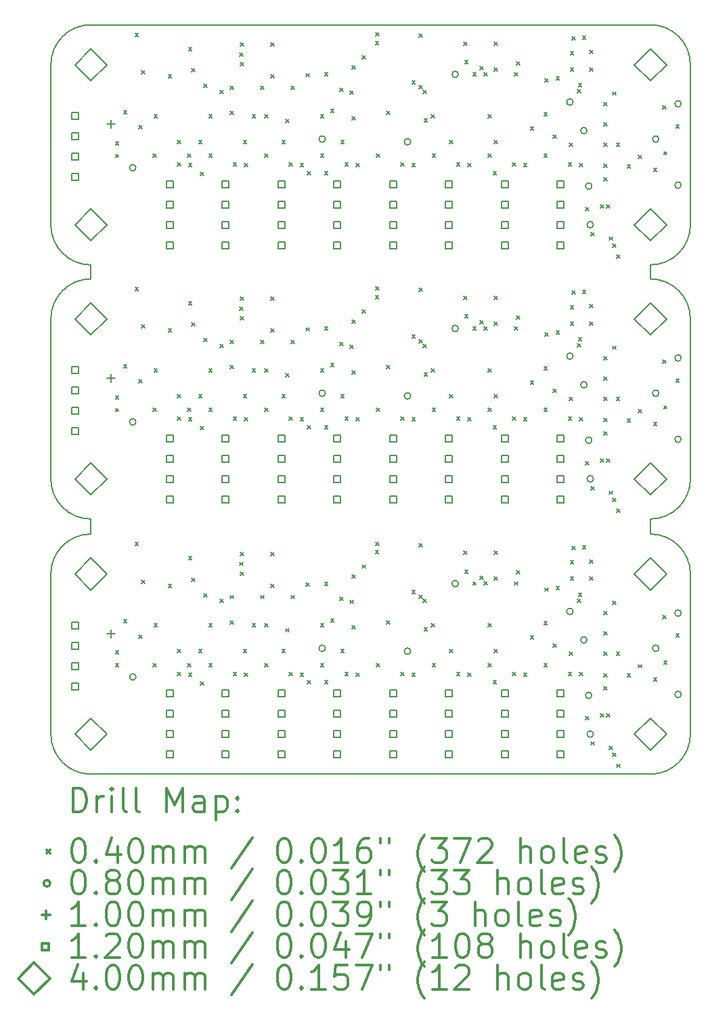
<source format=gbr>
%FSLAX45Y45*%
G04 Gerber Fmt 4.5, Leading zero omitted, Abs format (unit mm)*
G04 Created by KiCad (PCBNEW 5.0.2+dfsg1-1~bpo9+1) date mer. 31 juil. 2019 18:24:30 CEST*
%MOMM*%
%LPD*%
G01*
G04 APERTURE LIST*
%ADD10C,0.150000*%
%ADD11C,0.200000*%
%ADD12C,0.300000*%
G04 APERTURE END LIST*
D10*
X12321540Y-11765280D02*
X12321540Y-11953240D01*
X19319240Y-11765280D02*
X19319240Y-11953240D01*
X19319240Y-8590280D02*
X19319240Y-8765540D01*
X12321540Y-8765540D02*
X12321540Y-8590280D01*
D11*
X19820600Y-14453800D02*
X19820600Y-12453800D01*
X11820600Y-14453800D02*
X11820600Y-12453800D01*
D10*
X19320600Y-11953800D02*
G75*
G02X19820600Y-12453800I0J-500000D01*
G01*
X11820600Y-12453800D02*
G75*
G02X12320600Y-11953800I500000J0D01*
G01*
X19320600Y-14953800D02*
X12320600Y-14953800D01*
X19820600Y-14453800D02*
G75*
G02X19320600Y-14953800I-500000J0D01*
G01*
X12320600Y-14953800D02*
G75*
G02X11820600Y-14453800I0J500000D01*
G01*
X19820600Y-11266100D02*
G75*
G02X19320600Y-11766100I-500000J0D01*
G01*
X12320600Y-11766100D02*
G75*
G02X11820600Y-11266100I0J500000D01*
G01*
D11*
X19820600Y-11266100D02*
X19820600Y-9266100D01*
X11820600Y-11266100D02*
X11820600Y-9266100D01*
D10*
X19320600Y-8766100D02*
G75*
G02X19820600Y-9266100I0J-500000D01*
G01*
X11820600Y-9266100D02*
G75*
G02X12320600Y-8766100I500000J0D01*
G01*
X11820600Y-6091100D02*
G75*
G02X12320600Y-5591100I500000J0D01*
G01*
X19320600Y-5591100D02*
G75*
G02X19820600Y-6091100I0J-500000D01*
G01*
D11*
X12320600Y-5591100D02*
X19320600Y-5591100D01*
X11820600Y-8091100D02*
X11820600Y-6091100D01*
X19820600Y-8091100D02*
X19820600Y-6091100D01*
D10*
X12320600Y-8591100D02*
G75*
G02X11820600Y-8091100I0J500000D01*
G01*
X19820600Y-8091100D02*
G75*
G02X19320600Y-8591100I-500000J0D01*
G01*
D11*
X12629200Y-7051350D02*
X12669200Y-7091350D01*
X12669200Y-7051350D02*
X12629200Y-7091350D01*
X12629200Y-7208850D02*
X12669200Y-7248850D01*
X12669200Y-7208850D02*
X12629200Y-7248850D01*
X12629200Y-10226350D02*
X12669200Y-10266350D01*
X12669200Y-10226350D02*
X12629200Y-10266350D01*
X12629200Y-10383850D02*
X12669200Y-10423850D01*
X12669200Y-10383850D02*
X12629200Y-10423850D01*
X12629200Y-13414050D02*
X12669200Y-13454050D01*
X12669200Y-13414050D02*
X12629200Y-13454050D01*
X12629200Y-13571550D02*
X12669200Y-13611550D01*
X12669200Y-13571550D02*
X12629200Y-13611550D01*
X12730800Y-6660200D02*
X12770800Y-6700200D01*
X12770800Y-6660200D02*
X12730800Y-6700200D01*
X12730800Y-9835200D02*
X12770800Y-9875200D01*
X12770800Y-9835200D02*
X12730800Y-9875200D01*
X12730800Y-13022900D02*
X12770800Y-13062900D01*
X12770800Y-13022900D02*
X12730800Y-13062900D01*
X12874266Y-5696307D02*
X12914266Y-5736307D01*
X12914266Y-5696307D02*
X12874266Y-5736307D01*
X12874266Y-8871307D02*
X12914266Y-8911307D01*
X12914266Y-8871307D02*
X12874266Y-8911307D01*
X12874266Y-12059007D02*
X12914266Y-12099007D01*
X12914266Y-12059007D02*
X12874266Y-12099007D01*
X12921300Y-6850700D02*
X12961300Y-6890700D01*
X12961300Y-6850700D02*
X12921300Y-6890700D01*
X12921300Y-10025700D02*
X12961300Y-10065700D01*
X12961300Y-10025700D02*
X12921300Y-10065700D01*
X12921300Y-13213400D02*
X12961300Y-13253400D01*
X12961300Y-13213400D02*
X12921300Y-13253400D01*
X12957275Y-6164900D02*
X12997275Y-6204900D01*
X12997275Y-6164900D02*
X12957275Y-6204900D01*
X12957275Y-9339900D02*
X12997275Y-9379900D01*
X12997275Y-9339900D02*
X12957275Y-9379900D01*
X12957275Y-12527600D02*
X12997275Y-12567600D01*
X12997275Y-12527600D02*
X12957275Y-12567600D01*
X13099100Y-7206300D02*
X13139100Y-7246300D01*
X13139100Y-7206300D02*
X13099100Y-7246300D01*
X13099100Y-10381300D02*
X13139100Y-10421300D01*
X13139100Y-10381300D02*
X13099100Y-10421300D01*
X13099100Y-13569000D02*
X13139100Y-13609000D01*
X13139100Y-13569000D02*
X13099100Y-13609000D01*
X13111800Y-6711000D02*
X13151800Y-6751000D01*
X13151800Y-6711000D02*
X13111800Y-6751000D01*
X13111800Y-9886000D02*
X13151800Y-9926000D01*
X13151800Y-9886000D02*
X13111800Y-9926000D01*
X13111800Y-13073700D02*
X13151800Y-13113700D01*
X13151800Y-13073700D02*
X13111800Y-13113700D01*
X13289600Y-6215700D02*
X13329600Y-6255700D01*
X13329600Y-6215700D02*
X13289600Y-6255700D01*
X13289600Y-9390700D02*
X13329600Y-9430700D01*
X13329600Y-9390700D02*
X13289600Y-9430700D01*
X13289600Y-12578400D02*
X13329600Y-12618400D01*
X13329600Y-12578400D02*
X13289600Y-12618400D01*
X13403900Y-7033800D02*
X13443900Y-7073800D01*
X13443900Y-7033800D02*
X13403900Y-7073800D01*
X13403900Y-7316900D02*
X13443900Y-7356900D01*
X13443900Y-7316900D02*
X13403900Y-7356900D01*
X13403900Y-10208800D02*
X13443900Y-10248800D01*
X13443900Y-10208800D02*
X13403900Y-10248800D01*
X13403900Y-10491900D02*
X13443900Y-10531900D01*
X13443900Y-10491900D02*
X13403900Y-10531900D01*
X13403900Y-13396500D02*
X13443900Y-13436500D01*
X13443900Y-13396500D02*
X13403900Y-13436500D01*
X13403900Y-13679600D02*
X13443900Y-13719600D01*
X13443900Y-13679600D02*
X13403900Y-13719600D01*
X13530900Y-7206300D02*
X13570900Y-7246300D01*
X13570900Y-7206300D02*
X13530900Y-7246300D01*
X13530900Y-10381300D02*
X13570900Y-10421300D01*
X13570900Y-10381300D02*
X13530900Y-10421300D01*
X13530900Y-13569000D02*
X13570900Y-13609000D01*
X13570900Y-13569000D02*
X13530900Y-13609000D01*
X13543600Y-5872800D02*
X13583600Y-5912800D01*
X13583600Y-5872800D02*
X13543600Y-5912800D01*
X13543600Y-7325900D02*
X13583600Y-7365900D01*
X13583600Y-7325900D02*
X13543600Y-7365900D01*
X13543600Y-9047800D02*
X13583600Y-9087800D01*
X13583600Y-9047800D02*
X13543600Y-9087800D01*
X13543600Y-10500900D02*
X13583600Y-10540900D01*
X13583600Y-10500900D02*
X13543600Y-10540900D01*
X13543600Y-12235500D02*
X13583600Y-12275500D01*
X13583600Y-12235500D02*
X13543600Y-12275500D01*
X13543600Y-13688600D02*
X13583600Y-13728600D01*
X13583600Y-13688600D02*
X13543600Y-13728600D01*
X13581700Y-6139500D02*
X13621700Y-6179500D01*
X13621700Y-6139500D02*
X13581700Y-6179500D01*
X13581700Y-6139500D02*
X13621700Y-6179500D01*
X13621700Y-6139500D02*
X13581700Y-6179500D01*
X13581700Y-9314500D02*
X13621700Y-9354500D01*
X13621700Y-9314500D02*
X13581700Y-9354500D01*
X13581700Y-9314500D02*
X13621700Y-9354500D01*
X13621700Y-9314500D02*
X13581700Y-9354500D01*
X13581700Y-12502200D02*
X13621700Y-12542200D01*
X13621700Y-12502200D02*
X13581700Y-12542200D01*
X13581700Y-12502200D02*
X13621700Y-12542200D01*
X13621700Y-12502200D02*
X13581700Y-12542200D01*
X13670600Y-7033800D02*
X13710600Y-7073800D01*
X13710600Y-7033800D02*
X13670600Y-7073800D01*
X13670600Y-10208800D02*
X13710600Y-10248800D01*
X13710600Y-10208800D02*
X13670600Y-10248800D01*
X13670600Y-13396500D02*
X13710600Y-13436500D01*
X13710600Y-13396500D02*
X13670600Y-13436500D01*
X13691906Y-7434900D02*
X13731906Y-7474900D01*
X13731906Y-7434900D02*
X13691906Y-7474900D01*
X13691906Y-10609900D02*
X13731906Y-10649900D01*
X13731906Y-10609900D02*
X13691906Y-10649900D01*
X13691906Y-13797600D02*
X13731906Y-13837600D01*
X13731906Y-13797600D02*
X13691906Y-13837600D01*
X13734100Y-6335960D02*
X13774100Y-6375960D01*
X13774100Y-6335960D02*
X13734100Y-6375960D01*
X13734100Y-9510960D02*
X13774100Y-9550960D01*
X13774100Y-9510960D02*
X13734100Y-9550960D01*
X13734100Y-12698660D02*
X13774100Y-12738660D01*
X13774100Y-12698660D02*
X13734100Y-12738660D01*
X13797600Y-6711000D02*
X13837600Y-6751000D01*
X13837600Y-6711000D02*
X13797600Y-6751000D01*
X13797600Y-7206300D02*
X13837600Y-7246300D01*
X13837600Y-7206300D02*
X13797600Y-7246300D01*
X13797600Y-9886000D02*
X13837600Y-9926000D01*
X13837600Y-9886000D02*
X13797600Y-9926000D01*
X13797600Y-10381300D02*
X13837600Y-10421300D01*
X13837600Y-10381300D02*
X13797600Y-10421300D01*
X13797600Y-13073700D02*
X13837600Y-13113700D01*
X13837600Y-13073700D02*
X13797600Y-13113700D01*
X13797600Y-13569000D02*
X13837600Y-13609000D01*
X13837600Y-13569000D02*
X13797600Y-13609000D01*
X13937300Y-6406200D02*
X13977300Y-6446200D01*
X13977300Y-6406200D02*
X13937300Y-6446200D01*
X13937300Y-9581200D02*
X13977300Y-9621200D01*
X13977300Y-9581200D02*
X13937300Y-9621200D01*
X13937300Y-12768900D02*
X13977300Y-12808900D01*
X13977300Y-12768900D02*
X13937300Y-12808900D01*
X14064300Y-6358700D02*
X14104300Y-6398700D01*
X14104300Y-6358700D02*
X14064300Y-6398700D01*
X14064300Y-6672900D02*
X14104300Y-6712900D01*
X14104300Y-6672900D02*
X14064300Y-6712900D01*
X14064300Y-9533700D02*
X14104300Y-9573700D01*
X14104300Y-9533700D02*
X14064300Y-9573700D01*
X14064300Y-9847900D02*
X14104300Y-9887900D01*
X14104300Y-9847900D02*
X14064300Y-9887900D01*
X14064300Y-12721400D02*
X14104300Y-12761400D01*
X14104300Y-12721400D02*
X14064300Y-12761400D01*
X14064300Y-13035600D02*
X14104300Y-13075600D01*
X14104300Y-13035600D02*
X14064300Y-13075600D01*
X14102400Y-7316900D02*
X14142400Y-7356900D01*
X14142400Y-7316900D02*
X14102400Y-7356900D01*
X14102400Y-10491900D02*
X14142400Y-10531900D01*
X14142400Y-10491900D02*
X14102400Y-10531900D01*
X14102400Y-13679600D02*
X14142400Y-13719600D01*
X14142400Y-13679600D02*
X14102400Y-13719600D01*
X14184242Y-5942819D02*
X14224242Y-5982819D01*
X14224242Y-5942819D02*
X14184242Y-5982819D01*
X14184242Y-9117819D02*
X14224242Y-9157819D01*
X14224242Y-9117819D02*
X14184242Y-9157819D01*
X14184242Y-12305519D02*
X14224242Y-12345519D01*
X14224242Y-12305519D02*
X14184242Y-12345519D01*
X14191300Y-5818700D02*
X14231300Y-5858700D01*
X14231300Y-5818700D02*
X14191300Y-5858700D01*
X14191300Y-6063300D02*
X14231300Y-6103300D01*
X14231300Y-6063300D02*
X14191300Y-6103300D01*
X14191300Y-8993700D02*
X14231300Y-9033700D01*
X14231300Y-8993700D02*
X14191300Y-9033700D01*
X14191300Y-9238300D02*
X14231300Y-9278300D01*
X14231300Y-9238300D02*
X14191300Y-9278300D01*
X14191300Y-12181400D02*
X14231300Y-12221400D01*
X14231300Y-12181400D02*
X14191300Y-12221400D01*
X14191300Y-12426000D02*
X14231300Y-12466000D01*
X14231300Y-12426000D02*
X14191300Y-12466000D01*
X14229400Y-7033800D02*
X14269400Y-7073800D01*
X14269400Y-7033800D02*
X14229400Y-7073800D01*
X14229400Y-10208800D02*
X14269400Y-10248800D01*
X14269400Y-10208800D02*
X14229400Y-10248800D01*
X14229400Y-13396500D02*
X14269400Y-13436500D01*
X14269400Y-13396500D02*
X14229400Y-13436500D01*
X14242100Y-7325900D02*
X14282100Y-7365900D01*
X14282100Y-7325900D02*
X14242100Y-7365900D01*
X14242100Y-10500900D02*
X14282100Y-10540900D01*
X14282100Y-10500900D02*
X14242100Y-10540900D01*
X14242100Y-13688600D02*
X14282100Y-13728600D01*
X14282100Y-13688600D02*
X14242100Y-13728600D01*
X14338600Y-6711000D02*
X14378600Y-6751000D01*
X14378600Y-6711000D02*
X14338600Y-6751000D01*
X14338600Y-9886000D02*
X14378600Y-9926000D01*
X14378600Y-9886000D02*
X14338600Y-9926000D01*
X14338600Y-13073700D02*
X14378600Y-13113700D01*
X14378600Y-13073700D02*
X14338600Y-13113700D01*
X14445300Y-6358700D02*
X14485300Y-6398700D01*
X14485300Y-6358700D02*
X14445300Y-6398700D01*
X14445300Y-9533700D02*
X14485300Y-9573700D01*
X14485300Y-9533700D02*
X14445300Y-9573700D01*
X14445300Y-12721400D02*
X14485300Y-12761400D01*
X14485300Y-12721400D02*
X14445300Y-12761400D01*
X14496100Y-6711000D02*
X14536100Y-6751000D01*
X14536100Y-6711000D02*
X14496100Y-6751000D01*
X14496100Y-7206299D02*
X14536100Y-7246299D01*
X14536100Y-7206299D02*
X14496100Y-7246299D01*
X14496100Y-9886000D02*
X14536100Y-9926000D01*
X14536100Y-9886000D02*
X14496100Y-9926000D01*
X14496100Y-10381299D02*
X14536100Y-10421299D01*
X14536100Y-10381299D02*
X14496100Y-10421299D01*
X14496100Y-13073700D02*
X14536100Y-13113700D01*
X14536100Y-13073700D02*
X14496100Y-13113700D01*
X14496100Y-13568999D02*
X14536100Y-13608999D01*
X14536100Y-13568999D02*
X14496100Y-13608999D01*
X14572300Y-5818700D02*
X14612300Y-5858700D01*
X14612300Y-5818700D02*
X14572300Y-5858700D01*
X14572300Y-6215700D02*
X14612300Y-6255700D01*
X14612300Y-6215700D02*
X14572300Y-6255700D01*
X14572300Y-8993700D02*
X14612300Y-9033700D01*
X14612300Y-8993700D02*
X14572300Y-9033700D01*
X14572300Y-9390700D02*
X14612300Y-9430700D01*
X14612300Y-9390700D02*
X14572300Y-9430700D01*
X14572300Y-12181400D02*
X14612300Y-12221400D01*
X14612300Y-12181400D02*
X14572300Y-12221400D01*
X14572300Y-12578400D02*
X14612300Y-12618400D01*
X14612300Y-12578400D02*
X14572300Y-12618400D01*
X14712000Y-7033800D02*
X14752000Y-7073800D01*
X14752000Y-7033800D02*
X14712000Y-7073800D01*
X14712000Y-10208800D02*
X14752000Y-10248800D01*
X14752000Y-10208800D02*
X14712000Y-10248800D01*
X14712000Y-13396500D02*
X14752000Y-13436500D01*
X14752000Y-13396500D02*
X14712000Y-13436500D01*
X14758918Y-6774318D02*
X14798918Y-6814318D01*
X14798918Y-6774318D02*
X14758918Y-6814318D01*
X14758918Y-9949318D02*
X14798918Y-9989318D01*
X14798918Y-9949318D02*
X14758918Y-9989318D01*
X14758918Y-13137018D02*
X14798918Y-13177018D01*
X14798918Y-13137018D02*
X14758918Y-13177018D01*
X14800900Y-7316900D02*
X14840900Y-7356900D01*
X14840900Y-7316900D02*
X14800900Y-7356900D01*
X14800900Y-10491900D02*
X14840900Y-10531900D01*
X14840900Y-10491900D02*
X14800900Y-10531900D01*
X14800900Y-13679600D02*
X14840900Y-13719600D01*
X14840900Y-13679600D02*
X14800900Y-13719600D01*
X14826300Y-6358700D02*
X14866300Y-6398700D01*
X14866300Y-6358700D02*
X14826300Y-6398700D01*
X14826300Y-9533700D02*
X14866300Y-9573700D01*
X14866300Y-9533700D02*
X14826300Y-9573700D01*
X14826300Y-12721400D02*
X14866300Y-12761400D01*
X14866300Y-12721400D02*
X14826300Y-12761400D01*
X14940600Y-7325900D02*
X14980600Y-7365900D01*
X14980600Y-7325900D02*
X14940600Y-7365900D01*
X14940600Y-10500900D02*
X14980600Y-10540900D01*
X14980600Y-10500900D02*
X14940600Y-10540900D01*
X14940600Y-13688600D02*
X14980600Y-13728600D01*
X14980600Y-13688600D02*
X14940600Y-13728600D01*
X15015664Y-6202003D02*
X15055664Y-6242003D01*
X15055664Y-6202003D02*
X15015664Y-6242003D01*
X15015664Y-9377004D02*
X15055664Y-9417004D01*
X15055664Y-9377004D02*
X15015664Y-9417004D01*
X15015664Y-12564703D02*
X15055664Y-12604703D01*
X15055664Y-12564703D02*
X15015664Y-12604703D01*
X15032760Y-7422200D02*
X15072760Y-7462200D01*
X15072760Y-7422200D02*
X15032760Y-7462200D01*
X15032760Y-10597200D02*
X15072760Y-10637200D01*
X15072760Y-10597200D02*
X15032760Y-10637200D01*
X15032760Y-13784900D02*
X15072760Y-13824900D01*
X15072760Y-13784900D02*
X15032760Y-13824900D01*
X15194600Y-6711000D02*
X15234600Y-6751000D01*
X15234600Y-6711000D02*
X15194600Y-6751000D01*
X15194600Y-7206300D02*
X15234600Y-7246300D01*
X15234600Y-7206300D02*
X15194600Y-7246300D01*
X15194600Y-9886000D02*
X15234600Y-9926000D01*
X15234600Y-9886000D02*
X15194600Y-9926000D01*
X15194600Y-10381300D02*
X15234600Y-10421300D01*
X15234600Y-10381300D02*
X15194600Y-10421300D01*
X15194600Y-13073700D02*
X15234600Y-13113700D01*
X15234600Y-13073700D02*
X15194600Y-13113700D01*
X15194600Y-13569000D02*
X15234600Y-13609000D01*
X15234600Y-13569000D02*
X15194600Y-13609000D01*
X15245400Y-6190301D02*
X15285400Y-6230301D01*
X15285400Y-6190301D02*
X15245400Y-6230301D01*
X15245400Y-7422200D02*
X15285400Y-7462200D01*
X15285400Y-7422200D02*
X15245400Y-7462200D01*
X15245400Y-9365301D02*
X15285400Y-9405301D01*
X15285400Y-9365301D02*
X15245400Y-9405301D01*
X15245400Y-10597200D02*
X15285400Y-10637200D01*
X15285400Y-10597200D02*
X15245400Y-10637200D01*
X15245400Y-12553001D02*
X15285400Y-12593001D01*
X15285400Y-12553001D02*
X15245400Y-12593001D01*
X15245400Y-13784900D02*
X15285400Y-13824900D01*
X15285400Y-13784900D02*
X15245400Y-13824900D01*
X15321600Y-6647500D02*
X15361600Y-6687500D01*
X15361600Y-6647500D02*
X15321600Y-6687500D01*
X15321600Y-9822500D02*
X15361600Y-9862500D01*
X15361600Y-9822500D02*
X15321600Y-9862500D01*
X15321600Y-13010200D02*
X15361600Y-13050200D01*
X15361600Y-13010200D02*
X15321600Y-13050200D01*
X15435900Y-6380800D02*
X15475900Y-6420800D01*
X15475900Y-6380800D02*
X15435900Y-6420800D01*
X15435900Y-9555800D02*
X15475900Y-9595800D01*
X15475900Y-9555800D02*
X15435900Y-9595800D01*
X15435900Y-12743500D02*
X15475900Y-12783500D01*
X15475900Y-12743500D02*
X15435900Y-12783500D01*
X15448600Y-7033800D02*
X15488600Y-7073800D01*
X15488600Y-7033800D02*
X15448600Y-7073800D01*
X15448600Y-10208800D02*
X15488600Y-10248800D01*
X15488600Y-10208800D02*
X15448600Y-10248800D01*
X15448600Y-13396500D02*
X15488600Y-13436500D01*
X15488600Y-13396500D02*
X15448600Y-13436500D01*
X15499400Y-7316900D02*
X15539400Y-7356900D01*
X15539400Y-7316900D02*
X15499400Y-7356900D01*
X15499400Y-10491900D02*
X15539400Y-10531900D01*
X15539400Y-10491900D02*
X15499400Y-10531900D01*
X15499400Y-13679600D02*
X15539400Y-13719600D01*
X15539400Y-13679600D02*
X15499400Y-13719600D01*
X15564366Y-6416660D02*
X15604366Y-6456660D01*
X15604366Y-6416660D02*
X15564366Y-6456660D01*
X15564366Y-9591660D02*
X15604366Y-9631660D01*
X15604366Y-9591660D02*
X15564366Y-9631660D01*
X15564366Y-12779360D02*
X15604366Y-12819360D01*
X15604366Y-12779360D02*
X15564366Y-12819360D01*
X15588300Y-6101400D02*
X15628300Y-6141400D01*
X15628300Y-6101400D02*
X15588300Y-6141400D01*
X15588300Y-6736400D02*
X15628300Y-6776400D01*
X15628300Y-6736400D02*
X15588300Y-6776400D01*
X15588300Y-9276400D02*
X15628300Y-9316400D01*
X15628300Y-9276400D02*
X15588300Y-9316400D01*
X15588300Y-9911400D02*
X15628300Y-9951400D01*
X15628300Y-9911400D02*
X15588300Y-9951400D01*
X15588300Y-12464100D02*
X15628300Y-12504100D01*
X15628300Y-12464100D02*
X15588300Y-12504100D01*
X15588300Y-13099100D02*
X15628300Y-13139100D01*
X15628300Y-13099100D02*
X15588300Y-13139100D01*
X15639100Y-7325900D02*
X15679100Y-7365900D01*
X15679100Y-7325900D02*
X15639100Y-7365900D01*
X15639100Y-10500900D02*
X15679100Y-10540900D01*
X15679100Y-10500900D02*
X15639100Y-10540900D01*
X15639100Y-13688600D02*
X15679100Y-13728600D01*
X15679100Y-13688600D02*
X15639100Y-13728600D01*
X15715300Y-5977659D02*
X15755300Y-6017659D01*
X15755300Y-5977659D02*
X15715300Y-6017659D01*
X15715300Y-9152659D02*
X15755300Y-9192659D01*
X15755300Y-9152659D02*
X15715300Y-9192659D01*
X15715300Y-12340359D02*
X15755300Y-12380359D01*
X15755300Y-12340359D02*
X15715300Y-12380359D01*
X15880400Y-5796600D02*
X15920400Y-5836600D01*
X15920400Y-5796600D02*
X15880400Y-5836600D01*
X15880400Y-8971600D02*
X15920400Y-9011600D01*
X15920400Y-8971600D02*
X15880400Y-9011600D01*
X15880400Y-12159300D02*
X15920400Y-12199300D01*
X15920400Y-12159300D02*
X15880400Y-12199300D01*
X15886085Y-5691582D02*
X15926085Y-5731582D01*
X15926085Y-5691582D02*
X15886085Y-5731582D01*
X15886085Y-8866582D02*
X15926085Y-8906582D01*
X15926085Y-8866582D02*
X15886085Y-8906582D01*
X15886085Y-12054282D02*
X15926085Y-12094282D01*
X15926085Y-12054282D02*
X15886085Y-12094282D01*
X15893100Y-7206300D02*
X15933100Y-7246300D01*
X15933100Y-7206300D02*
X15893100Y-7246300D01*
X15893100Y-10381300D02*
X15933100Y-10421300D01*
X15933100Y-10381300D02*
X15893100Y-10421300D01*
X15893100Y-13569000D02*
X15933100Y-13609000D01*
X15933100Y-13569000D02*
X15893100Y-13609000D01*
X16020100Y-6672900D02*
X16060100Y-6712900D01*
X16060100Y-6672900D02*
X16020100Y-6712900D01*
X16020100Y-9847900D02*
X16060100Y-9887900D01*
X16060100Y-9847900D02*
X16020100Y-9887900D01*
X16020100Y-13035600D02*
X16060100Y-13075600D01*
X16060100Y-13035600D02*
X16020100Y-13075600D01*
X16197900Y-7316900D02*
X16237900Y-7356900D01*
X16237900Y-7316900D02*
X16197900Y-7356900D01*
X16197900Y-10491900D02*
X16237900Y-10531900D01*
X16237900Y-10491900D02*
X16197900Y-10531900D01*
X16197900Y-13679600D02*
X16237900Y-13719600D01*
X16237900Y-13679600D02*
X16197900Y-13719600D01*
X16337600Y-6291900D02*
X16377600Y-6331900D01*
X16377600Y-6291900D02*
X16337600Y-6331900D01*
X16337600Y-7325900D02*
X16377600Y-7365900D01*
X16377600Y-7325900D02*
X16337600Y-7365900D01*
X16337600Y-9466900D02*
X16377600Y-9506900D01*
X16377600Y-9466900D02*
X16337600Y-9506900D01*
X16337600Y-10500900D02*
X16377600Y-10540900D01*
X16377600Y-10500900D02*
X16337600Y-10540900D01*
X16337600Y-12654600D02*
X16377600Y-12694600D01*
X16377600Y-12654600D02*
X16337600Y-12694600D01*
X16337600Y-13688600D02*
X16377600Y-13728600D01*
X16377600Y-13688600D02*
X16337600Y-13728600D01*
X16426500Y-5707700D02*
X16466500Y-5747700D01*
X16466500Y-5707700D02*
X16426500Y-5747700D01*
X16426500Y-6352141D02*
X16466500Y-6392141D01*
X16466500Y-6352141D02*
X16426500Y-6392141D01*
X16426500Y-8882700D02*
X16466500Y-8922700D01*
X16466500Y-8882700D02*
X16426500Y-8922700D01*
X16426500Y-9527141D02*
X16466500Y-9567141D01*
X16466500Y-9527141D02*
X16426500Y-9567141D01*
X16426500Y-12070400D02*
X16466500Y-12110400D01*
X16466500Y-12070400D02*
X16426500Y-12110400D01*
X16426500Y-12714841D02*
X16466500Y-12754841D01*
X16466500Y-12714841D02*
X16426500Y-12754841D01*
X16478025Y-6406972D02*
X16518025Y-6446972D01*
X16518025Y-6406972D02*
X16478025Y-6446972D01*
X16478025Y-9581972D02*
X16518025Y-9621972D01*
X16518025Y-9581972D02*
X16478025Y-9621972D01*
X16478025Y-12769672D02*
X16518025Y-12809672D01*
X16518025Y-12769672D02*
X16478025Y-12809672D01*
X16490000Y-6761800D02*
X16530000Y-6801800D01*
X16530000Y-6761800D02*
X16490000Y-6801800D01*
X16490000Y-9936800D02*
X16530000Y-9976800D01*
X16530000Y-9936800D02*
X16490000Y-9976800D01*
X16490000Y-13124500D02*
X16530000Y-13164500D01*
X16530000Y-13124500D02*
X16490000Y-13164500D01*
X16578900Y-6711000D02*
X16618900Y-6751000D01*
X16618900Y-6711000D02*
X16578900Y-6751000D01*
X16578900Y-9886000D02*
X16618900Y-9926000D01*
X16618900Y-9886000D02*
X16578900Y-9926000D01*
X16578900Y-13073700D02*
X16618900Y-13113700D01*
X16618900Y-13073700D02*
X16578900Y-13113700D01*
X16591600Y-7206300D02*
X16631600Y-7246300D01*
X16631600Y-7206300D02*
X16591600Y-7246300D01*
X16591600Y-10381300D02*
X16631600Y-10421300D01*
X16631600Y-10381300D02*
X16591600Y-10421300D01*
X16591600Y-13569000D02*
X16631600Y-13609000D01*
X16631600Y-13569000D02*
X16591600Y-13609000D01*
X16807500Y-7033800D02*
X16847500Y-7073800D01*
X16847500Y-7033800D02*
X16807500Y-7073800D01*
X16807500Y-10208800D02*
X16847500Y-10248800D01*
X16847500Y-10208800D02*
X16807500Y-10248800D01*
X16807500Y-13396500D02*
X16847500Y-13436500D01*
X16847500Y-13396500D02*
X16807500Y-13436500D01*
X16896400Y-7316900D02*
X16936400Y-7356900D01*
X16936400Y-7316900D02*
X16896400Y-7356900D01*
X16896400Y-10491900D02*
X16936400Y-10531900D01*
X16936400Y-10491900D02*
X16896400Y-10531900D01*
X16896400Y-13679600D02*
X16936400Y-13719600D01*
X16936400Y-13679600D02*
X16896400Y-13719600D01*
X16985300Y-5806000D02*
X17025300Y-5846000D01*
X17025300Y-5806000D02*
X16985300Y-5846000D01*
X16985300Y-8981000D02*
X17025300Y-9021000D01*
X17025300Y-8981000D02*
X16985300Y-9021000D01*
X16985300Y-12168700D02*
X17025300Y-12208700D01*
X17025300Y-12168700D02*
X16985300Y-12208700D01*
X16998000Y-6037900D02*
X17038000Y-6077900D01*
X17038000Y-6037900D02*
X16998000Y-6077900D01*
X16998000Y-9212900D02*
X17038000Y-9252900D01*
X17038000Y-9212900D02*
X16998000Y-9252900D01*
X16998000Y-12400600D02*
X17038000Y-12440600D01*
X17038000Y-12400600D02*
X16998000Y-12440600D01*
X17036100Y-7325900D02*
X17076100Y-7365900D01*
X17076100Y-7325900D02*
X17036100Y-7365900D01*
X17036100Y-10500900D02*
X17076100Y-10540900D01*
X17076100Y-10500900D02*
X17036100Y-10540900D01*
X17036100Y-13688600D02*
X17076100Y-13728600D01*
X17076100Y-13688600D02*
X17036100Y-13728600D01*
X17099600Y-6188621D02*
X17139600Y-6228621D01*
X17139600Y-6188621D02*
X17099600Y-6228621D01*
X17099600Y-9363621D02*
X17139600Y-9403621D01*
X17139600Y-9363621D02*
X17099600Y-9403621D01*
X17099600Y-12551321D02*
X17139600Y-12591321D01*
X17139600Y-12551321D02*
X17099600Y-12591321D01*
X17188500Y-6114100D02*
X17228500Y-6154100D01*
X17228500Y-6114100D02*
X17188500Y-6154100D01*
X17188500Y-9289100D02*
X17228500Y-9329100D01*
X17228500Y-9289100D02*
X17188500Y-9329100D01*
X17188500Y-12476800D02*
X17228500Y-12516800D01*
X17228500Y-12476800D02*
X17188500Y-12516800D01*
X17239300Y-6187041D02*
X17279300Y-6227041D01*
X17279300Y-6187041D02*
X17239300Y-6227041D01*
X17239300Y-9362041D02*
X17279300Y-9402041D01*
X17279300Y-9362041D02*
X17239300Y-9402041D01*
X17239300Y-12549741D02*
X17279300Y-12589741D01*
X17279300Y-12549741D02*
X17239300Y-12589741D01*
X17290100Y-6711000D02*
X17330100Y-6751000D01*
X17330100Y-6711000D02*
X17290100Y-6751000D01*
X17290100Y-7206300D02*
X17330100Y-7246300D01*
X17330100Y-7206300D02*
X17290100Y-7246300D01*
X17290100Y-9886000D02*
X17330100Y-9926000D01*
X17330100Y-9886000D02*
X17290100Y-9926000D01*
X17290100Y-10381300D02*
X17330100Y-10421300D01*
X17330100Y-10381300D02*
X17290100Y-10421300D01*
X17290100Y-13073700D02*
X17330100Y-13113700D01*
X17330100Y-13073700D02*
X17290100Y-13113700D01*
X17290100Y-13569000D02*
X17330100Y-13609000D01*
X17330100Y-13569000D02*
X17290100Y-13609000D01*
X17353600Y-7422200D02*
X17393600Y-7462200D01*
X17393600Y-7422200D02*
X17353600Y-7462200D01*
X17353600Y-10597200D02*
X17393600Y-10637200D01*
X17393600Y-10597200D02*
X17353600Y-10637200D01*
X17353600Y-13784900D02*
X17393600Y-13824900D01*
X17393600Y-13784900D02*
X17353600Y-13824900D01*
X17366300Y-5806000D02*
X17406300Y-5846000D01*
X17406300Y-5806000D02*
X17366300Y-5846000D01*
X17366300Y-6126800D02*
X17406300Y-6166800D01*
X17406300Y-6126800D02*
X17366300Y-6166800D01*
X17366300Y-7033800D02*
X17406300Y-7073800D01*
X17406300Y-7033800D02*
X17366300Y-7073800D01*
X17366300Y-8981000D02*
X17406300Y-9021000D01*
X17406300Y-8981000D02*
X17366300Y-9021000D01*
X17366300Y-9301800D02*
X17406300Y-9341800D01*
X17406300Y-9301800D02*
X17366300Y-9341800D01*
X17366300Y-10208800D02*
X17406300Y-10248800D01*
X17406300Y-10208800D02*
X17366300Y-10248800D01*
X17366300Y-12168700D02*
X17406300Y-12208700D01*
X17406300Y-12168700D02*
X17366300Y-12208700D01*
X17366300Y-12489500D02*
X17406300Y-12529500D01*
X17406300Y-12489500D02*
X17366300Y-12529500D01*
X17366300Y-13396500D02*
X17406300Y-13436500D01*
X17406300Y-13396500D02*
X17366300Y-13436500D01*
X17594900Y-7316900D02*
X17634900Y-7356900D01*
X17634900Y-7316900D02*
X17594900Y-7356900D01*
X17594900Y-10491900D02*
X17634900Y-10531900D01*
X17634900Y-10491900D02*
X17594900Y-10531900D01*
X17594900Y-13679600D02*
X17634900Y-13719600D01*
X17634900Y-13679600D02*
X17594900Y-13719600D01*
X17620300Y-6188621D02*
X17660300Y-6228621D01*
X17660300Y-6188621D02*
X17620300Y-6228621D01*
X17620300Y-9363621D02*
X17660300Y-9403621D01*
X17660300Y-9363621D02*
X17620300Y-9403621D01*
X17620300Y-12551321D02*
X17660300Y-12591321D01*
X17660300Y-12551321D02*
X17620300Y-12591321D01*
X17645700Y-6050600D02*
X17685700Y-6090600D01*
X17685700Y-6050600D02*
X17645700Y-6090600D01*
X17645700Y-9225600D02*
X17685700Y-9265600D01*
X17685700Y-9225600D02*
X17645700Y-9265600D01*
X17645700Y-12413300D02*
X17685700Y-12453300D01*
X17685700Y-12413300D02*
X17645700Y-12453300D01*
X17734600Y-7325900D02*
X17774600Y-7365900D01*
X17774600Y-7325900D02*
X17734600Y-7365900D01*
X17734600Y-10500900D02*
X17774600Y-10540900D01*
X17774600Y-10500900D02*
X17734600Y-10540900D01*
X17734600Y-13688600D02*
X17774600Y-13728600D01*
X17774600Y-13688600D02*
X17734600Y-13728600D01*
X17819500Y-6863400D02*
X17859500Y-6903400D01*
X17859500Y-6863400D02*
X17819500Y-6903400D01*
X17819500Y-10038400D02*
X17859500Y-10078400D01*
X17859500Y-10038400D02*
X17819500Y-10078400D01*
X17819500Y-13226100D02*
X17859500Y-13266100D01*
X17859500Y-13226100D02*
X17819500Y-13266100D01*
X17988600Y-6685600D02*
X18028600Y-6725600D01*
X18028600Y-6685600D02*
X17988600Y-6725600D01*
X17988600Y-7206300D02*
X18028600Y-7246300D01*
X18028600Y-7206300D02*
X17988600Y-7246300D01*
X17988600Y-9860600D02*
X18028600Y-9900600D01*
X18028600Y-9860600D02*
X17988600Y-9900600D01*
X17988600Y-10381300D02*
X18028600Y-10421300D01*
X18028600Y-10381300D02*
X17988600Y-10421300D01*
X17988600Y-13048300D02*
X18028600Y-13088300D01*
X18028600Y-13048300D02*
X17988600Y-13088300D01*
X17988600Y-13569000D02*
X18028600Y-13609000D01*
X18028600Y-13569000D02*
X17988600Y-13609000D01*
X18001300Y-6266045D02*
X18041300Y-6306045D01*
X18041300Y-6266045D02*
X18001300Y-6306045D01*
X18001300Y-9441045D02*
X18041300Y-9481045D01*
X18041300Y-9441045D02*
X18001300Y-9481045D01*
X18001300Y-12628745D02*
X18041300Y-12668745D01*
X18041300Y-12628745D02*
X18001300Y-12668745D01*
X18102900Y-6965000D02*
X18142900Y-7005000D01*
X18142900Y-6965000D02*
X18102900Y-7005000D01*
X18102900Y-10140000D02*
X18142900Y-10180000D01*
X18142900Y-10140000D02*
X18102900Y-10180000D01*
X18102900Y-13327700D02*
X18142900Y-13367700D01*
X18142900Y-13327700D02*
X18102900Y-13367700D01*
X18140999Y-6241100D02*
X18180999Y-6281100D01*
X18180999Y-6241100D02*
X18140999Y-6281100D01*
X18140999Y-9416100D02*
X18180999Y-9456100D01*
X18180999Y-9416100D02*
X18140999Y-9456100D01*
X18140999Y-12603800D02*
X18180999Y-12643800D01*
X18180999Y-12603800D02*
X18140999Y-12643800D01*
X18293400Y-7316900D02*
X18333400Y-7356900D01*
X18333400Y-7316900D02*
X18293400Y-7356900D01*
X18293400Y-10491900D02*
X18333400Y-10531900D01*
X18333400Y-10491900D02*
X18293400Y-10531900D01*
X18293400Y-13679600D02*
X18333400Y-13719600D01*
X18333400Y-13679600D02*
X18293400Y-13719600D01*
X18306100Y-7066600D02*
X18346100Y-7106600D01*
X18346100Y-7066600D02*
X18306100Y-7106600D01*
X18306100Y-10241600D02*
X18346100Y-10281600D01*
X18346100Y-10241600D02*
X18306100Y-10281600D01*
X18306100Y-13429300D02*
X18346100Y-13469300D01*
X18346100Y-13429300D02*
X18306100Y-13469300D01*
X18318800Y-5923600D02*
X18358800Y-5963600D01*
X18358800Y-5923600D02*
X18318800Y-5963600D01*
X18318800Y-6126800D02*
X18358800Y-6166800D01*
X18358800Y-6126800D02*
X18318800Y-6166800D01*
X18318800Y-9098600D02*
X18358800Y-9138600D01*
X18358800Y-9098600D02*
X18318800Y-9138600D01*
X18318800Y-9301800D02*
X18358800Y-9341800D01*
X18358800Y-9301800D02*
X18318800Y-9341800D01*
X18318800Y-12286300D02*
X18358800Y-12326300D01*
X18358800Y-12286300D02*
X18318800Y-12326300D01*
X18318800Y-12489500D02*
X18358800Y-12529500D01*
X18358800Y-12489500D02*
X18318800Y-12529500D01*
X18340373Y-5742556D02*
X18380373Y-5782556D01*
X18380373Y-5742556D02*
X18340373Y-5782556D01*
X18340373Y-8917556D02*
X18380373Y-8957556D01*
X18380373Y-8917556D02*
X18340373Y-8957556D01*
X18340373Y-12105256D02*
X18380373Y-12145256D01*
X18380373Y-12105256D02*
X18340373Y-12145256D01*
X18409762Y-6402663D02*
X18449762Y-6442663D01*
X18449762Y-6402663D02*
X18409762Y-6442663D01*
X18409762Y-9577663D02*
X18449762Y-9617663D01*
X18449762Y-9577663D02*
X18409762Y-9617663D01*
X18409762Y-12765363D02*
X18449762Y-12805363D01*
X18449762Y-12765363D02*
X18409762Y-12805363D01*
X18420392Y-6326286D02*
X18460392Y-6366286D01*
X18460392Y-6326286D02*
X18420392Y-6366286D01*
X18420392Y-9501286D02*
X18460392Y-9541286D01*
X18460392Y-9501286D02*
X18420392Y-9541286D01*
X18420392Y-12688986D02*
X18460392Y-12728986D01*
X18460392Y-12688986D02*
X18420392Y-12728986D01*
X18433100Y-7320600D02*
X18473100Y-7360600D01*
X18473100Y-7320600D02*
X18433100Y-7360600D01*
X18433100Y-10495600D02*
X18473100Y-10535600D01*
X18473100Y-10495600D02*
X18433100Y-10535600D01*
X18433100Y-13683300D02*
X18473100Y-13723300D01*
X18473100Y-13683300D02*
X18433100Y-13723300D01*
X18471200Y-5733100D02*
X18511200Y-5773100D01*
X18511200Y-5733100D02*
X18471200Y-5773100D01*
X18471200Y-8908100D02*
X18511200Y-8948100D01*
X18511200Y-8908100D02*
X18471200Y-8948100D01*
X18471200Y-12095800D02*
X18511200Y-12135800D01*
X18511200Y-12095800D02*
X18471200Y-12135800D01*
X18511300Y-7871100D02*
X18551300Y-7911100D01*
X18551300Y-7871100D02*
X18511300Y-7911100D01*
X18511300Y-11046100D02*
X18551300Y-11086100D01*
X18551300Y-11046100D02*
X18511300Y-11086100D01*
X18511300Y-14233800D02*
X18551300Y-14273800D01*
X18551300Y-14233800D02*
X18511300Y-14273800D01*
X18557550Y-6126800D02*
X18597550Y-6166800D01*
X18597550Y-6126800D02*
X18557550Y-6166800D01*
X18557550Y-9301800D02*
X18597550Y-9341800D01*
X18597550Y-9301800D02*
X18557550Y-9341800D01*
X18557550Y-12489500D02*
X18597550Y-12529500D01*
X18597550Y-12489500D02*
X18557550Y-12529500D01*
X18557550Y-5910900D02*
X18597550Y-5950900D01*
X18597550Y-5910900D02*
X18557550Y-5950900D01*
X18557550Y-9085900D02*
X18597550Y-9125900D01*
X18597550Y-9085900D02*
X18557550Y-9125900D01*
X18557550Y-12273600D02*
X18597550Y-12313600D01*
X18597550Y-12273600D02*
X18557550Y-12313600D01*
X18575330Y-8186740D02*
X18615330Y-8226740D01*
X18615330Y-8186740D02*
X18575330Y-8226740D01*
X18575330Y-11361740D02*
X18615330Y-11401740D01*
X18615330Y-11361740D02*
X18575330Y-11401740D01*
X18575330Y-14549440D02*
X18615330Y-14589440D01*
X18615330Y-14549440D02*
X18575330Y-14589440D01*
X18694614Y-7837419D02*
X18734614Y-7877419D01*
X18734614Y-7837419D02*
X18694614Y-7877419D01*
X18694614Y-11012419D02*
X18734614Y-11052419D01*
X18734614Y-11012419D02*
X18694614Y-11052419D01*
X18694614Y-14200119D02*
X18734614Y-14240119D01*
X18734614Y-14200119D02*
X18694614Y-14240119D01*
X18737899Y-7498400D02*
X18777899Y-7538400D01*
X18777899Y-7498400D02*
X18737899Y-7538400D01*
X18737899Y-10673400D02*
X18777899Y-10713400D01*
X18777899Y-10673400D02*
X18737899Y-10713400D01*
X18737899Y-13861100D02*
X18777899Y-13901100D01*
X18777899Y-13861100D02*
X18737899Y-13901100D01*
X18737900Y-6558600D02*
X18777900Y-6598600D01*
X18777900Y-6558600D02*
X18737900Y-6598600D01*
X18737900Y-6812600D02*
X18777900Y-6852600D01*
X18777900Y-6812600D02*
X18737900Y-6852600D01*
X18737900Y-7066600D02*
X18777900Y-7106600D01*
X18777900Y-7066600D02*
X18737900Y-7106600D01*
X18737900Y-7333300D02*
X18777900Y-7373300D01*
X18777900Y-7333300D02*
X18737900Y-7373300D01*
X18737900Y-9733600D02*
X18777900Y-9773600D01*
X18777900Y-9733600D02*
X18737900Y-9773600D01*
X18737900Y-9987600D02*
X18777900Y-10027600D01*
X18777900Y-9987600D02*
X18737900Y-10027600D01*
X18737900Y-10241600D02*
X18777900Y-10281600D01*
X18777900Y-10241600D02*
X18737900Y-10281600D01*
X18737900Y-10508300D02*
X18777900Y-10548300D01*
X18777900Y-10508300D02*
X18737900Y-10548300D01*
X18737900Y-12921300D02*
X18777900Y-12961300D01*
X18777900Y-12921300D02*
X18737900Y-12961300D01*
X18737900Y-13175300D02*
X18777900Y-13215300D01*
X18777900Y-13175300D02*
X18737900Y-13215300D01*
X18737900Y-13429300D02*
X18777900Y-13469300D01*
X18777900Y-13429300D02*
X18737900Y-13469300D01*
X18737900Y-13696000D02*
X18777900Y-13736000D01*
X18777900Y-13696000D02*
X18737900Y-13736000D01*
X18769872Y-7837419D02*
X18809872Y-7877419D01*
X18809872Y-7837419D02*
X18769872Y-7877419D01*
X18769872Y-11012419D02*
X18809872Y-11052419D01*
X18809872Y-11012419D02*
X18769872Y-11052419D01*
X18769872Y-14200119D02*
X18809872Y-14240119D01*
X18809872Y-14200119D02*
X18769872Y-14240119D01*
X18806720Y-8242621D02*
X18846720Y-8282621D01*
X18846720Y-8242621D02*
X18806720Y-8282621D01*
X18806720Y-11417621D02*
X18846720Y-11457621D01*
X18846720Y-11417621D02*
X18806720Y-11457621D01*
X18806720Y-14605321D02*
X18846720Y-14645321D01*
X18846720Y-14605321D02*
X18806720Y-14645321D01*
X18845417Y-6429623D02*
X18885417Y-6469623D01*
X18885417Y-6429623D02*
X18845417Y-6469623D01*
X18845417Y-9604623D02*
X18885417Y-9644623D01*
X18885417Y-9604623D02*
X18845417Y-9644623D01*
X18845417Y-12792323D02*
X18885417Y-12832323D01*
X18885417Y-12792323D02*
X18845417Y-12832323D01*
X18847120Y-8328980D02*
X18887120Y-8368980D01*
X18887120Y-8328980D02*
X18847120Y-8368980D01*
X18847120Y-11503980D02*
X18887120Y-11543980D01*
X18887120Y-11503980D02*
X18847120Y-11543980D01*
X18847120Y-14691680D02*
X18887120Y-14731680D01*
X18887120Y-14691680D02*
X18847120Y-14731680D01*
X18895400Y-7066600D02*
X18935400Y-7106600D01*
X18935400Y-7066600D02*
X18895400Y-7106600D01*
X18895400Y-10241600D02*
X18935400Y-10281600D01*
X18935400Y-10241600D02*
X18895400Y-10281600D01*
X18895400Y-13429300D02*
X18935400Y-13469300D01*
X18935400Y-13429300D02*
X18895400Y-13469300D01*
X18897940Y-8466140D02*
X18937940Y-8506140D01*
X18937940Y-8466140D02*
X18897940Y-8506140D01*
X18897940Y-11641140D02*
X18937940Y-11681140D01*
X18937940Y-11641140D02*
X18897940Y-11681140D01*
X18897940Y-14828840D02*
X18937940Y-14868840D01*
X18937940Y-14828840D02*
X18897940Y-14868840D01*
X19030000Y-7338400D02*
X19070000Y-7378400D01*
X19070000Y-7338400D02*
X19030000Y-7378400D01*
X19030000Y-10513400D02*
X19070000Y-10553400D01*
X19070000Y-10513400D02*
X19030000Y-10553400D01*
X19030000Y-13701100D02*
X19070000Y-13741100D01*
X19070000Y-13701100D02*
X19030000Y-13741100D01*
X19172240Y-7221540D02*
X19212240Y-7261540D01*
X19212240Y-7221540D02*
X19172240Y-7261540D01*
X19172240Y-10396540D02*
X19212240Y-10436540D01*
X19212240Y-10396540D02*
X19172240Y-10436540D01*
X19172240Y-13584240D02*
X19212240Y-13624240D01*
X19212240Y-13584240D02*
X19172240Y-13624240D01*
X19360200Y-7384100D02*
X19400200Y-7424100D01*
X19400200Y-7384100D02*
X19360200Y-7424100D01*
X19360200Y-10559100D02*
X19400200Y-10599100D01*
X19400200Y-10559100D02*
X19360200Y-10599100D01*
X19360200Y-13746800D02*
X19400200Y-13786800D01*
X19400200Y-13746800D02*
X19360200Y-13786800D01*
X19477040Y-6606860D02*
X19517040Y-6646860D01*
X19517040Y-6606860D02*
X19477040Y-6646860D01*
X19477040Y-9781860D02*
X19517040Y-9821860D01*
X19517040Y-9781860D02*
X19477040Y-9821860D01*
X19477040Y-12969560D02*
X19517040Y-13009560D01*
X19517040Y-12969560D02*
X19477040Y-13009560D01*
X19487200Y-7175820D02*
X19527200Y-7215820D01*
X19527200Y-7175820D02*
X19487200Y-7215820D01*
X19487200Y-10350820D02*
X19527200Y-10390820D01*
X19527200Y-10350820D02*
X19487200Y-10390820D01*
X19487200Y-13538520D02*
X19527200Y-13578520D01*
X19527200Y-13538520D02*
X19487200Y-13578520D01*
X19639600Y-6838000D02*
X19679600Y-6878000D01*
X19679600Y-6838000D02*
X19639600Y-6878000D01*
X19639600Y-10013000D02*
X19679600Y-10053000D01*
X19679600Y-10013000D02*
X19639600Y-10053000D01*
X19639600Y-13200700D02*
X19679600Y-13240700D01*
X19679600Y-13200700D02*
X19639600Y-13240700D01*
X12884841Y-7377141D02*
G75*
G03X12884841Y-7377141I-40000J0D01*
G01*
X12884841Y-10552141D02*
G75*
G03X12884841Y-10552141I-40000J0D01*
G01*
X12884841Y-13739841D02*
G75*
G03X12884841Y-13739841I-40000J0D01*
G01*
X15254600Y-7019059D02*
G75*
G03X15254600Y-7019059I-40000J0D01*
G01*
X15254600Y-10194059D02*
G75*
G03X15254600Y-10194059I-40000J0D01*
G01*
X15254600Y-13381759D02*
G75*
G03X15254600Y-13381759I-40000J0D01*
G01*
X16321400Y-7053800D02*
G75*
G03X16321400Y-7053800I-40000J0D01*
G01*
X16321400Y-10228800D02*
G75*
G03X16321400Y-10228800I-40000J0D01*
G01*
X16321400Y-13416500D02*
G75*
G03X16321400Y-13416500I-40000J0D01*
G01*
X16918302Y-6210298D02*
G75*
G03X16918302Y-6210298I-40000J0D01*
G01*
X16918302Y-9385298D02*
G75*
G03X16918302Y-9385298I-40000J0D01*
G01*
X16918302Y-12572998D02*
G75*
G03X16918302Y-12572998I-40000J0D01*
G01*
X18353400Y-6556900D02*
G75*
G03X18353400Y-6556900I-40000J0D01*
G01*
X18353400Y-9731900D02*
G75*
G03X18353400Y-9731900I-40000J0D01*
G01*
X18353400Y-12919600D02*
G75*
G03X18353400Y-12919600I-40000J0D01*
G01*
X18527629Y-6914182D02*
G75*
G03X18527629Y-6914182I-40000J0D01*
G01*
X18527629Y-10089182D02*
G75*
G03X18527629Y-10089182I-40000J0D01*
G01*
X18527629Y-13276882D02*
G75*
G03X18527629Y-13276882I-40000J0D01*
G01*
X18587960Y-7607300D02*
G75*
G03X18587960Y-7607300I-40000J0D01*
G01*
X18587960Y-10782300D02*
G75*
G03X18587960Y-10782300I-40000J0D01*
G01*
X18587960Y-13970000D02*
G75*
G03X18587960Y-13970000I-40000J0D01*
G01*
X18607400Y-8089900D02*
G75*
G03X18607400Y-8089900I-40000J0D01*
G01*
X18607400Y-11264900D02*
G75*
G03X18607400Y-11264900I-40000J0D01*
G01*
X18607400Y-14452600D02*
G75*
G03X18607400Y-14452600I-40000J0D01*
G01*
X19426300Y-7019100D02*
G75*
G03X19426300Y-7019100I-40000J0D01*
G01*
X19426300Y-10194100D02*
G75*
G03X19426300Y-10194100I-40000J0D01*
G01*
X19426300Y-13381800D02*
G75*
G03X19426300Y-13381800I-40000J0D01*
G01*
X19706200Y-6578600D02*
G75*
G03X19706200Y-6578600I-40000J0D01*
G01*
X19706200Y-7594600D02*
G75*
G03X19706200Y-7594600I-40000J0D01*
G01*
X19706200Y-9753600D02*
G75*
G03X19706200Y-9753600I-40000J0D01*
G01*
X19706200Y-10769600D02*
G75*
G03X19706200Y-10769600I-40000J0D01*
G01*
X19706200Y-12941300D02*
G75*
G03X19706200Y-12941300I-40000J0D01*
G01*
X19706200Y-13957300D02*
G75*
G03X19706200Y-13957300I-40000J0D01*
G01*
X12573000Y-6782600D02*
X12573000Y-6882600D01*
X12523000Y-6832600D02*
X12623000Y-6832600D01*
X12573000Y-9957600D02*
X12573000Y-10057600D01*
X12523000Y-10007600D02*
X12623000Y-10007600D01*
X12573000Y-13145300D02*
X12573000Y-13245300D01*
X12523000Y-13195300D02*
X12623000Y-13195300D01*
X16146027Y-10799327D02*
X16146027Y-10714473D01*
X16061173Y-10714473D01*
X16061173Y-10799327D01*
X16146027Y-10799327D01*
X16146027Y-11053327D02*
X16146027Y-10968473D01*
X16061173Y-10968473D01*
X16061173Y-11053327D01*
X16146027Y-11053327D01*
X16146027Y-11307327D02*
X16146027Y-11222473D01*
X16061173Y-11222473D01*
X16061173Y-11307327D01*
X16146027Y-11307327D01*
X16146027Y-11561327D02*
X16146027Y-11476473D01*
X16061173Y-11476473D01*
X16061173Y-11561327D01*
X16146027Y-11561327D01*
X16844527Y-13987027D02*
X16844527Y-13902173D01*
X16759673Y-13902173D01*
X16759673Y-13987027D01*
X16844527Y-13987027D01*
X16844527Y-14241027D02*
X16844527Y-14156173D01*
X16759673Y-14156173D01*
X16759673Y-14241027D01*
X16844527Y-14241027D01*
X16844527Y-14495027D02*
X16844527Y-14410173D01*
X16759673Y-14410173D01*
X16759673Y-14495027D01*
X16844527Y-14495027D01*
X16844527Y-14749027D02*
X16844527Y-14664173D01*
X16759673Y-14664173D01*
X16759673Y-14749027D01*
X16844527Y-14749027D01*
X13352027Y-7624327D02*
X13352027Y-7539473D01*
X13267173Y-7539473D01*
X13267173Y-7624327D01*
X13352027Y-7624327D01*
X13352027Y-7878327D02*
X13352027Y-7793473D01*
X13267173Y-7793473D01*
X13267173Y-7878327D01*
X13352027Y-7878327D01*
X13352027Y-8132327D02*
X13352027Y-8047473D01*
X13267173Y-8047473D01*
X13267173Y-8132327D01*
X13352027Y-8132327D01*
X13352027Y-8386327D02*
X13352027Y-8301473D01*
X13267173Y-8301473D01*
X13267173Y-8386327D01*
X13352027Y-8386327D01*
X17543027Y-10799327D02*
X17543027Y-10714473D01*
X17458173Y-10714473D01*
X17458173Y-10799327D01*
X17543027Y-10799327D01*
X17543027Y-11053327D02*
X17543027Y-10968473D01*
X17458173Y-10968473D01*
X17458173Y-11053327D01*
X17543027Y-11053327D01*
X17543027Y-11307327D02*
X17543027Y-11222473D01*
X17458173Y-11222473D01*
X17458173Y-11307327D01*
X17543027Y-11307327D01*
X17543027Y-11561327D02*
X17543027Y-11476473D01*
X17458173Y-11476473D01*
X17458173Y-11561327D01*
X17543027Y-11561327D01*
X13352027Y-13987027D02*
X13352027Y-13902173D01*
X13267173Y-13902173D01*
X13267173Y-13987027D01*
X13352027Y-13987027D01*
X13352027Y-14241027D02*
X13352027Y-14156173D01*
X13267173Y-14156173D01*
X13267173Y-14241027D01*
X13352027Y-14241027D01*
X13352027Y-14495027D02*
X13352027Y-14410173D01*
X13267173Y-14410173D01*
X13267173Y-14495027D01*
X13352027Y-14495027D01*
X13352027Y-14749027D02*
X13352027Y-14664173D01*
X13267173Y-14664173D01*
X13267173Y-14749027D01*
X13352027Y-14749027D01*
X15447527Y-10799327D02*
X15447527Y-10714473D01*
X15362673Y-10714473D01*
X15362673Y-10799327D01*
X15447527Y-10799327D01*
X15447527Y-11053327D02*
X15447527Y-10968473D01*
X15362673Y-10968473D01*
X15362673Y-11053327D01*
X15447527Y-11053327D01*
X15447527Y-11307327D02*
X15447527Y-11222473D01*
X15362673Y-11222473D01*
X15362673Y-11307327D01*
X15447527Y-11307327D01*
X15447527Y-11561327D02*
X15447527Y-11476473D01*
X15362673Y-11476473D01*
X15362673Y-11561327D01*
X15447527Y-11561327D01*
X16146027Y-13987027D02*
X16146027Y-13902173D01*
X16061173Y-13902173D01*
X16061173Y-13987027D01*
X16146027Y-13987027D01*
X16146027Y-14241027D02*
X16146027Y-14156173D01*
X16061173Y-14156173D01*
X16061173Y-14241027D01*
X16146027Y-14241027D01*
X16146027Y-14495027D02*
X16146027Y-14410173D01*
X16061173Y-14410173D01*
X16061173Y-14495027D01*
X16146027Y-14495027D01*
X16146027Y-14749027D02*
X16146027Y-14664173D01*
X16061173Y-14664173D01*
X16061173Y-14749027D01*
X16146027Y-14749027D01*
X14050527Y-13987027D02*
X14050527Y-13902173D01*
X13965673Y-13902173D01*
X13965673Y-13987027D01*
X14050527Y-13987027D01*
X14050527Y-14241027D02*
X14050527Y-14156173D01*
X13965673Y-14156173D01*
X13965673Y-14241027D01*
X14050527Y-14241027D01*
X14050527Y-14495027D02*
X14050527Y-14410173D01*
X13965673Y-14410173D01*
X13965673Y-14495027D01*
X14050527Y-14495027D01*
X14050527Y-14749027D02*
X14050527Y-14664173D01*
X13965673Y-14664173D01*
X13965673Y-14749027D01*
X14050527Y-14749027D01*
X16844527Y-10799327D02*
X16844527Y-10714473D01*
X16759673Y-10714473D01*
X16759673Y-10799327D01*
X16844527Y-10799327D01*
X16844527Y-11053327D02*
X16844527Y-10968473D01*
X16759673Y-10968473D01*
X16759673Y-11053327D01*
X16844527Y-11053327D01*
X16844527Y-11307327D02*
X16844527Y-11222473D01*
X16759673Y-11222473D01*
X16759673Y-11307327D01*
X16844527Y-11307327D01*
X16844527Y-11561327D02*
X16844527Y-11476473D01*
X16759673Y-11476473D01*
X16759673Y-11561327D01*
X16844527Y-11561327D01*
X17543027Y-13987027D02*
X17543027Y-13902173D01*
X17458173Y-13902173D01*
X17458173Y-13987027D01*
X17543027Y-13987027D01*
X17543027Y-14241027D02*
X17543027Y-14156173D01*
X17458173Y-14156173D01*
X17458173Y-14241027D01*
X17543027Y-14241027D01*
X17543027Y-14495027D02*
X17543027Y-14410173D01*
X17458173Y-14410173D01*
X17458173Y-14495027D01*
X17543027Y-14495027D01*
X17543027Y-14749027D02*
X17543027Y-14664173D01*
X17458173Y-14664173D01*
X17458173Y-14749027D01*
X17543027Y-14749027D01*
X16844527Y-7624327D02*
X16844527Y-7539473D01*
X16759673Y-7539473D01*
X16759673Y-7624327D01*
X16844527Y-7624327D01*
X16844527Y-7878327D02*
X16844527Y-7793473D01*
X16759673Y-7793473D01*
X16759673Y-7878327D01*
X16844527Y-7878327D01*
X16844527Y-8132327D02*
X16844527Y-8047473D01*
X16759673Y-8047473D01*
X16759673Y-8132327D01*
X16844527Y-8132327D01*
X16844527Y-8386327D02*
X16844527Y-8301473D01*
X16759673Y-8301473D01*
X16759673Y-8386327D01*
X16844527Y-8386327D01*
X18241527Y-13987027D02*
X18241527Y-13902173D01*
X18156673Y-13902173D01*
X18156673Y-13987027D01*
X18241527Y-13987027D01*
X18241527Y-14241027D02*
X18241527Y-14156173D01*
X18156673Y-14156173D01*
X18156673Y-14241027D01*
X18241527Y-14241027D01*
X18241527Y-14495027D02*
X18241527Y-14410173D01*
X18156673Y-14410173D01*
X18156673Y-14495027D01*
X18241527Y-14495027D01*
X18241527Y-14749027D02*
X18241527Y-14664173D01*
X18156673Y-14664173D01*
X18156673Y-14749027D01*
X18241527Y-14749027D01*
X18241527Y-7624327D02*
X18241527Y-7539473D01*
X18156673Y-7539473D01*
X18156673Y-7624327D01*
X18241527Y-7624327D01*
X18241527Y-7878327D02*
X18241527Y-7793473D01*
X18156673Y-7793473D01*
X18156673Y-7878327D01*
X18241527Y-7878327D01*
X18241527Y-8132327D02*
X18241527Y-8047473D01*
X18156673Y-8047473D01*
X18156673Y-8132327D01*
X18241527Y-8132327D01*
X18241527Y-8386327D02*
X18241527Y-8301473D01*
X18156673Y-8301473D01*
X18156673Y-8386327D01*
X18241527Y-8386327D01*
X13352027Y-10799327D02*
X13352027Y-10714473D01*
X13267173Y-10714473D01*
X13267173Y-10799327D01*
X13352027Y-10799327D01*
X13352027Y-11053327D02*
X13352027Y-10968473D01*
X13267173Y-10968473D01*
X13267173Y-11053327D01*
X13352027Y-11053327D01*
X13352027Y-11307327D02*
X13352027Y-11222473D01*
X13267173Y-11222473D01*
X13267173Y-11307327D01*
X13352027Y-11307327D01*
X13352027Y-11561327D02*
X13352027Y-11476473D01*
X13267173Y-11476473D01*
X13267173Y-11561327D01*
X13352027Y-11561327D01*
X16146027Y-7624327D02*
X16146027Y-7539473D01*
X16061173Y-7539473D01*
X16061173Y-7624327D01*
X16146027Y-7624327D01*
X16146027Y-7878327D02*
X16146027Y-7793473D01*
X16061173Y-7793473D01*
X16061173Y-7878327D01*
X16146027Y-7878327D01*
X16146027Y-8132327D02*
X16146027Y-8047473D01*
X16061173Y-8047473D01*
X16061173Y-8132327D01*
X16146027Y-8132327D01*
X16146027Y-8386327D02*
X16146027Y-8301473D01*
X16061173Y-8301473D01*
X16061173Y-8386327D01*
X16146027Y-8386327D01*
X12170927Y-6773427D02*
X12170927Y-6688573D01*
X12086073Y-6688573D01*
X12086073Y-6773427D01*
X12170927Y-6773427D01*
X12170927Y-7027427D02*
X12170927Y-6942573D01*
X12086073Y-6942573D01*
X12086073Y-7027427D01*
X12170927Y-7027427D01*
X12170927Y-7281427D02*
X12170927Y-7196573D01*
X12086073Y-7196573D01*
X12086073Y-7281427D01*
X12170927Y-7281427D01*
X12170927Y-7535427D02*
X12170927Y-7450573D01*
X12086073Y-7450573D01*
X12086073Y-7535427D01*
X12170927Y-7535427D01*
X14749027Y-13987027D02*
X14749027Y-13902173D01*
X14664173Y-13902173D01*
X14664173Y-13987027D01*
X14749027Y-13987027D01*
X14749027Y-14241027D02*
X14749027Y-14156173D01*
X14664173Y-14156173D01*
X14664173Y-14241027D01*
X14749027Y-14241027D01*
X14749027Y-14495027D02*
X14749027Y-14410173D01*
X14664173Y-14410173D01*
X14664173Y-14495027D01*
X14749027Y-14495027D01*
X14749027Y-14749027D02*
X14749027Y-14664173D01*
X14664173Y-14664173D01*
X14664173Y-14749027D01*
X14749027Y-14749027D01*
X12170927Y-9948427D02*
X12170927Y-9863573D01*
X12086073Y-9863573D01*
X12086073Y-9948427D01*
X12170927Y-9948427D01*
X12170927Y-10202427D02*
X12170927Y-10117573D01*
X12086073Y-10117573D01*
X12086073Y-10202427D01*
X12170927Y-10202427D01*
X12170927Y-10456427D02*
X12170927Y-10371573D01*
X12086073Y-10371573D01*
X12086073Y-10456427D01*
X12170927Y-10456427D01*
X12170927Y-10710427D02*
X12170927Y-10625573D01*
X12086073Y-10625573D01*
X12086073Y-10710427D01*
X12170927Y-10710427D01*
X14749027Y-10799327D02*
X14749027Y-10714473D01*
X14664173Y-10714473D01*
X14664173Y-10799327D01*
X14749027Y-10799327D01*
X14749027Y-11053327D02*
X14749027Y-10968473D01*
X14664173Y-10968473D01*
X14664173Y-11053327D01*
X14749027Y-11053327D01*
X14749027Y-11307327D02*
X14749027Y-11222473D01*
X14664173Y-11222473D01*
X14664173Y-11307327D01*
X14749027Y-11307327D01*
X14749027Y-11561327D02*
X14749027Y-11476473D01*
X14664173Y-11476473D01*
X14664173Y-11561327D01*
X14749027Y-11561327D01*
X14749027Y-7624327D02*
X14749027Y-7539473D01*
X14664173Y-7539473D01*
X14664173Y-7624327D01*
X14749027Y-7624327D01*
X14749027Y-7878327D02*
X14749027Y-7793473D01*
X14664173Y-7793473D01*
X14664173Y-7878327D01*
X14749027Y-7878327D01*
X14749027Y-8132327D02*
X14749027Y-8047473D01*
X14664173Y-8047473D01*
X14664173Y-8132327D01*
X14749027Y-8132327D01*
X14749027Y-8386327D02*
X14749027Y-8301473D01*
X14664173Y-8301473D01*
X14664173Y-8386327D01*
X14749027Y-8386327D01*
X12170927Y-13136127D02*
X12170927Y-13051273D01*
X12086073Y-13051273D01*
X12086073Y-13136127D01*
X12170927Y-13136127D01*
X12170927Y-13390127D02*
X12170927Y-13305273D01*
X12086073Y-13305273D01*
X12086073Y-13390127D01*
X12170927Y-13390127D01*
X12170927Y-13644127D02*
X12170927Y-13559273D01*
X12086073Y-13559273D01*
X12086073Y-13644127D01*
X12170927Y-13644127D01*
X12170927Y-13898127D02*
X12170927Y-13813273D01*
X12086073Y-13813273D01*
X12086073Y-13898127D01*
X12170927Y-13898127D01*
X17543027Y-7624327D02*
X17543027Y-7539473D01*
X17458173Y-7539473D01*
X17458173Y-7624327D01*
X17543027Y-7624327D01*
X17543027Y-7878327D02*
X17543027Y-7793473D01*
X17458173Y-7793473D01*
X17458173Y-7878327D01*
X17543027Y-7878327D01*
X17543027Y-8132327D02*
X17543027Y-8047473D01*
X17458173Y-8047473D01*
X17458173Y-8132327D01*
X17543027Y-8132327D01*
X17543027Y-8386327D02*
X17543027Y-8301473D01*
X17458173Y-8301473D01*
X17458173Y-8386327D01*
X17543027Y-8386327D01*
X14050527Y-7624327D02*
X14050527Y-7539473D01*
X13965673Y-7539473D01*
X13965673Y-7624327D01*
X14050527Y-7624327D01*
X14050527Y-7878327D02*
X14050527Y-7793473D01*
X13965673Y-7793473D01*
X13965673Y-7878327D01*
X14050527Y-7878327D01*
X14050527Y-8132327D02*
X14050527Y-8047473D01*
X13965673Y-8047473D01*
X13965673Y-8132327D01*
X14050527Y-8132327D01*
X14050527Y-8386327D02*
X14050527Y-8301473D01*
X13965673Y-8301473D01*
X13965673Y-8386327D01*
X14050527Y-8386327D01*
X14050527Y-10799327D02*
X14050527Y-10714473D01*
X13965673Y-10714473D01*
X13965673Y-10799327D01*
X14050527Y-10799327D01*
X14050527Y-11053327D02*
X14050527Y-10968473D01*
X13965673Y-10968473D01*
X13965673Y-11053327D01*
X14050527Y-11053327D01*
X14050527Y-11307327D02*
X14050527Y-11222473D01*
X13965673Y-11222473D01*
X13965673Y-11307327D01*
X14050527Y-11307327D01*
X14050527Y-11561327D02*
X14050527Y-11476473D01*
X13965673Y-11476473D01*
X13965673Y-11561327D01*
X14050527Y-11561327D01*
X18241527Y-10799327D02*
X18241527Y-10714473D01*
X18156673Y-10714473D01*
X18156673Y-10799327D01*
X18241527Y-10799327D01*
X18241527Y-11053327D02*
X18241527Y-10968473D01*
X18156673Y-10968473D01*
X18156673Y-11053327D01*
X18241527Y-11053327D01*
X18241527Y-11307327D02*
X18241527Y-11222473D01*
X18156673Y-11222473D01*
X18156673Y-11307327D01*
X18241527Y-11307327D01*
X18241527Y-11561327D02*
X18241527Y-11476473D01*
X18156673Y-11476473D01*
X18156673Y-11561327D01*
X18241527Y-11561327D01*
X15447527Y-13987027D02*
X15447527Y-13902173D01*
X15362673Y-13902173D01*
X15362673Y-13987027D01*
X15447527Y-13987027D01*
X15447527Y-14241027D02*
X15447527Y-14156173D01*
X15362673Y-14156173D01*
X15362673Y-14241027D01*
X15447527Y-14241027D01*
X15447527Y-14495027D02*
X15447527Y-14410173D01*
X15362673Y-14410173D01*
X15362673Y-14495027D01*
X15447527Y-14495027D01*
X15447527Y-14749027D02*
X15447527Y-14664173D01*
X15362673Y-14664173D01*
X15362673Y-14749027D01*
X15447527Y-14749027D01*
X15447527Y-7624327D02*
X15447527Y-7539473D01*
X15362673Y-7539473D01*
X15362673Y-7624327D01*
X15447527Y-7624327D01*
X15447527Y-7878327D02*
X15447527Y-7793473D01*
X15362673Y-7793473D01*
X15362673Y-7878327D01*
X15447527Y-7878327D01*
X15447527Y-8132327D02*
X15447527Y-8047473D01*
X15362673Y-8047473D01*
X15362673Y-8132327D01*
X15447527Y-8132327D01*
X15447527Y-8386327D02*
X15447527Y-8301473D01*
X15362673Y-8301473D01*
X15362673Y-8386327D01*
X15447527Y-8386327D01*
X12320600Y-11466100D02*
X12520600Y-11266100D01*
X12320600Y-11066100D01*
X12120600Y-11266100D01*
X12320600Y-11466100D01*
X19320600Y-9466100D02*
X19520600Y-9266100D01*
X19320600Y-9066100D01*
X19120600Y-9266100D01*
X19320600Y-9466100D01*
X19320600Y-12653800D02*
X19520600Y-12453800D01*
X19320600Y-12253800D01*
X19120600Y-12453800D01*
X19320600Y-12653800D01*
X12320600Y-8291100D02*
X12520600Y-8091100D01*
X12320600Y-7891100D01*
X12120600Y-8091100D01*
X12320600Y-8291100D01*
X12320600Y-9466100D02*
X12520600Y-9266100D01*
X12320600Y-9066100D01*
X12120600Y-9266100D01*
X12320600Y-9466100D01*
X19320600Y-6291100D02*
X19520600Y-6091100D01*
X19320600Y-5891100D01*
X19120600Y-6091100D01*
X19320600Y-6291100D01*
X12320600Y-6291100D02*
X12520600Y-6091100D01*
X12320600Y-5891100D01*
X12120600Y-6091100D01*
X12320600Y-6291100D01*
X12320600Y-12653800D02*
X12520600Y-12453800D01*
X12320600Y-12253800D01*
X12120600Y-12453800D01*
X12320600Y-12653800D01*
X19320600Y-11466100D02*
X19520600Y-11266100D01*
X19320600Y-11066100D01*
X19120600Y-11266100D01*
X19320600Y-11466100D01*
X19320600Y-8291100D02*
X19520600Y-8091100D01*
X19320600Y-7891100D01*
X19120600Y-8091100D01*
X19320600Y-8291100D01*
X12320600Y-14653800D02*
X12520600Y-14453800D01*
X12320600Y-14253800D01*
X12120600Y-14453800D01*
X12320600Y-14653800D01*
X19320600Y-14653800D02*
X19520600Y-14453800D01*
X19320600Y-14253800D01*
X19120600Y-14453800D01*
X19320600Y-14653800D01*
D12*
X12097028Y-15427014D02*
X12097028Y-15127014D01*
X12168457Y-15127014D01*
X12211314Y-15141300D01*
X12239886Y-15169871D01*
X12254171Y-15198443D01*
X12268457Y-15255586D01*
X12268457Y-15298443D01*
X12254171Y-15355586D01*
X12239886Y-15384157D01*
X12211314Y-15412729D01*
X12168457Y-15427014D01*
X12097028Y-15427014D01*
X12397028Y-15427014D02*
X12397028Y-15227014D01*
X12397028Y-15284157D02*
X12411314Y-15255586D01*
X12425600Y-15241300D01*
X12454171Y-15227014D01*
X12482743Y-15227014D01*
X12582743Y-15427014D02*
X12582743Y-15227014D01*
X12582743Y-15127014D02*
X12568457Y-15141300D01*
X12582743Y-15155586D01*
X12597028Y-15141300D01*
X12582743Y-15127014D01*
X12582743Y-15155586D01*
X12768457Y-15427014D02*
X12739886Y-15412729D01*
X12725600Y-15384157D01*
X12725600Y-15127014D01*
X12925600Y-15427014D02*
X12897028Y-15412729D01*
X12882743Y-15384157D01*
X12882743Y-15127014D01*
X13268457Y-15427014D02*
X13268457Y-15127014D01*
X13368457Y-15341300D01*
X13468457Y-15127014D01*
X13468457Y-15427014D01*
X13739886Y-15427014D02*
X13739886Y-15269871D01*
X13725600Y-15241300D01*
X13697028Y-15227014D01*
X13639886Y-15227014D01*
X13611314Y-15241300D01*
X13739886Y-15412729D02*
X13711314Y-15427014D01*
X13639886Y-15427014D01*
X13611314Y-15412729D01*
X13597028Y-15384157D01*
X13597028Y-15355586D01*
X13611314Y-15327014D01*
X13639886Y-15312729D01*
X13711314Y-15312729D01*
X13739886Y-15298443D01*
X13882743Y-15227014D02*
X13882743Y-15527014D01*
X13882743Y-15241300D02*
X13911314Y-15227014D01*
X13968457Y-15227014D01*
X13997028Y-15241300D01*
X14011314Y-15255586D01*
X14025600Y-15284157D01*
X14025600Y-15369871D01*
X14011314Y-15398443D01*
X13997028Y-15412729D01*
X13968457Y-15427014D01*
X13911314Y-15427014D01*
X13882743Y-15412729D01*
X14154171Y-15398443D02*
X14168457Y-15412729D01*
X14154171Y-15427014D01*
X14139886Y-15412729D01*
X14154171Y-15398443D01*
X14154171Y-15427014D01*
X14154171Y-15241300D02*
X14168457Y-15255586D01*
X14154171Y-15269871D01*
X14139886Y-15255586D01*
X14154171Y-15241300D01*
X14154171Y-15269871D01*
X11770600Y-15901300D02*
X11810600Y-15941300D01*
X11810600Y-15901300D02*
X11770600Y-15941300D01*
X12154171Y-15757014D02*
X12182743Y-15757014D01*
X12211314Y-15771300D01*
X12225600Y-15785586D01*
X12239886Y-15814157D01*
X12254171Y-15871300D01*
X12254171Y-15942729D01*
X12239886Y-15999871D01*
X12225600Y-16028443D01*
X12211314Y-16042729D01*
X12182743Y-16057014D01*
X12154171Y-16057014D01*
X12125600Y-16042729D01*
X12111314Y-16028443D01*
X12097028Y-15999871D01*
X12082743Y-15942729D01*
X12082743Y-15871300D01*
X12097028Y-15814157D01*
X12111314Y-15785586D01*
X12125600Y-15771300D01*
X12154171Y-15757014D01*
X12382743Y-16028443D02*
X12397028Y-16042729D01*
X12382743Y-16057014D01*
X12368457Y-16042729D01*
X12382743Y-16028443D01*
X12382743Y-16057014D01*
X12654171Y-15857014D02*
X12654171Y-16057014D01*
X12582743Y-15742729D02*
X12511314Y-15957014D01*
X12697028Y-15957014D01*
X12868457Y-15757014D02*
X12897028Y-15757014D01*
X12925600Y-15771300D01*
X12939886Y-15785586D01*
X12954171Y-15814157D01*
X12968457Y-15871300D01*
X12968457Y-15942729D01*
X12954171Y-15999871D01*
X12939886Y-16028443D01*
X12925600Y-16042729D01*
X12897028Y-16057014D01*
X12868457Y-16057014D01*
X12839886Y-16042729D01*
X12825600Y-16028443D01*
X12811314Y-15999871D01*
X12797028Y-15942729D01*
X12797028Y-15871300D01*
X12811314Y-15814157D01*
X12825600Y-15785586D01*
X12839886Y-15771300D01*
X12868457Y-15757014D01*
X13097028Y-16057014D02*
X13097028Y-15857014D01*
X13097028Y-15885586D02*
X13111314Y-15871300D01*
X13139886Y-15857014D01*
X13182743Y-15857014D01*
X13211314Y-15871300D01*
X13225600Y-15899871D01*
X13225600Y-16057014D01*
X13225600Y-15899871D02*
X13239886Y-15871300D01*
X13268457Y-15857014D01*
X13311314Y-15857014D01*
X13339886Y-15871300D01*
X13354171Y-15899871D01*
X13354171Y-16057014D01*
X13497028Y-16057014D02*
X13497028Y-15857014D01*
X13497028Y-15885586D02*
X13511314Y-15871300D01*
X13539886Y-15857014D01*
X13582743Y-15857014D01*
X13611314Y-15871300D01*
X13625600Y-15899871D01*
X13625600Y-16057014D01*
X13625600Y-15899871D02*
X13639886Y-15871300D01*
X13668457Y-15857014D01*
X13711314Y-15857014D01*
X13739886Y-15871300D01*
X13754171Y-15899871D01*
X13754171Y-16057014D01*
X14339886Y-15742729D02*
X14082743Y-16128443D01*
X14725600Y-15757014D02*
X14754171Y-15757014D01*
X14782743Y-15771300D01*
X14797028Y-15785586D01*
X14811314Y-15814157D01*
X14825600Y-15871300D01*
X14825600Y-15942729D01*
X14811314Y-15999871D01*
X14797028Y-16028443D01*
X14782743Y-16042729D01*
X14754171Y-16057014D01*
X14725600Y-16057014D01*
X14697028Y-16042729D01*
X14682743Y-16028443D01*
X14668457Y-15999871D01*
X14654171Y-15942729D01*
X14654171Y-15871300D01*
X14668457Y-15814157D01*
X14682743Y-15785586D01*
X14697028Y-15771300D01*
X14725600Y-15757014D01*
X14954171Y-16028443D02*
X14968457Y-16042729D01*
X14954171Y-16057014D01*
X14939886Y-16042729D01*
X14954171Y-16028443D01*
X14954171Y-16057014D01*
X15154171Y-15757014D02*
X15182743Y-15757014D01*
X15211314Y-15771300D01*
X15225600Y-15785586D01*
X15239886Y-15814157D01*
X15254171Y-15871300D01*
X15254171Y-15942729D01*
X15239886Y-15999871D01*
X15225600Y-16028443D01*
X15211314Y-16042729D01*
X15182743Y-16057014D01*
X15154171Y-16057014D01*
X15125600Y-16042729D01*
X15111314Y-16028443D01*
X15097028Y-15999871D01*
X15082743Y-15942729D01*
X15082743Y-15871300D01*
X15097028Y-15814157D01*
X15111314Y-15785586D01*
X15125600Y-15771300D01*
X15154171Y-15757014D01*
X15539886Y-16057014D02*
X15368457Y-16057014D01*
X15454171Y-16057014D02*
X15454171Y-15757014D01*
X15425600Y-15799871D01*
X15397028Y-15828443D01*
X15368457Y-15842729D01*
X15797028Y-15757014D02*
X15739886Y-15757014D01*
X15711314Y-15771300D01*
X15697028Y-15785586D01*
X15668457Y-15828443D01*
X15654171Y-15885586D01*
X15654171Y-15999871D01*
X15668457Y-16028443D01*
X15682743Y-16042729D01*
X15711314Y-16057014D01*
X15768457Y-16057014D01*
X15797028Y-16042729D01*
X15811314Y-16028443D01*
X15825600Y-15999871D01*
X15825600Y-15928443D01*
X15811314Y-15899871D01*
X15797028Y-15885586D01*
X15768457Y-15871300D01*
X15711314Y-15871300D01*
X15682743Y-15885586D01*
X15668457Y-15899871D01*
X15654171Y-15928443D01*
X15939886Y-15757014D02*
X15939886Y-15814157D01*
X16054171Y-15757014D02*
X16054171Y-15814157D01*
X16497028Y-16171300D02*
X16482743Y-16157014D01*
X16454171Y-16114157D01*
X16439886Y-16085586D01*
X16425600Y-16042729D01*
X16411314Y-15971300D01*
X16411314Y-15914157D01*
X16425600Y-15842729D01*
X16439886Y-15799871D01*
X16454171Y-15771300D01*
X16482743Y-15728443D01*
X16497028Y-15714157D01*
X16582743Y-15757014D02*
X16768457Y-15757014D01*
X16668457Y-15871300D01*
X16711314Y-15871300D01*
X16739886Y-15885586D01*
X16754171Y-15899871D01*
X16768457Y-15928443D01*
X16768457Y-15999871D01*
X16754171Y-16028443D01*
X16739886Y-16042729D01*
X16711314Y-16057014D01*
X16625600Y-16057014D01*
X16597028Y-16042729D01*
X16582743Y-16028443D01*
X16868457Y-15757014D02*
X17068457Y-15757014D01*
X16939886Y-16057014D01*
X17168457Y-15785586D02*
X17182743Y-15771300D01*
X17211314Y-15757014D01*
X17282743Y-15757014D01*
X17311314Y-15771300D01*
X17325600Y-15785586D01*
X17339886Y-15814157D01*
X17339886Y-15842729D01*
X17325600Y-15885586D01*
X17154171Y-16057014D01*
X17339886Y-16057014D01*
X17697028Y-16057014D02*
X17697028Y-15757014D01*
X17825600Y-16057014D02*
X17825600Y-15899871D01*
X17811314Y-15871300D01*
X17782743Y-15857014D01*
X17739886Y-15857014D01*
X17711314Y-15871300D01*
X17697028Y-15885586D01*
X18011314Y-16057014D02*
X17982743Y-16042729D01*
X17968457Y-16028443D01*
X17954171Y-15999871D01*
X17954171Y-15914157D01*
X17968457Y-15885586D01*
X17982743Y-15871300D01*
X18011314Y-15857014D01*
X18054171Y-15857014D01*
X18082743Y-15871300D01*
X18097028Y-15885586D01*
X18111314Y-15914157D01*
X18111314Y-15999871D01*
X18097028Y-16028443D01*
X18082743Y-16042729D01*
X18054171Y-16057014D01*
X18011314Y-16057014D01*
X18282743Y-16057014D02*
X18254171Y-16042729D01*
X18239886Y-16014157D01*
X18239886Y-15757014D01*
X18511314Y-16042729D02*
X18482743Y-16057014D01*
X18425600Y-16057014D01*
X18397028Y-16042729D01*
X18382743Y-16014157D01*
X18382743Y-15899871D01*
X18397028Y-15871300D01*
X18425600Y-15857014D01*
X18482743Y-15857014D01*
X18511314Y-15871300D01*
X18525600Y-15899871D01*
X18525600Y-15928443D01*
X18382743Y-15957014D01*
X18639886Y-16042729D02*
X18668457Y-16057014D01*
X18725600Y-16057014D01*
X18754171Y-16042729D01*
X18768457Y-16014157D01*
X18768457Y-15999871D01*
X18754171Y-15971300D01*
X18725600Y-15957014D01*
X18682743Y-15957014D01*
X18654171Y-15942729D01*
X18639886Y-15914157D01*
X18639886Y-15899871D01*
X18654171Y-15871300D01*
X18682743Y-15857014D01*
X18725600Y-15857014D01*
X18754171Y-15871300D01*
X18868457Y-16171300D02*
X18882743Y-16157014D01*
X18911314Y-16114157D01*
X18925600Y-16085586D01*
X18939886Y-16042729D01*
X18954171Y-15971300D01*
X18954171Y-15914157D01*
X18939886Y-15842729D01*
X18925600Y-15799871D01*
X18911314Y-15771300D01*
X18882743Y-15728443D01*
X18868457Y-15714157D01*
X11810600Y-16317300D02*
G75*
G03X11810600Y-16317300I-40000J0D01*
G01*
X12154171Y-16153014D02*
X12182743Y-16153014D01*
X12211314Y-16167300D01*
X12225600Y-16181586D01*
X12239886Y-16210157D01*
X12254171Y-16267300D01*
X12254171Y-16338729D01*
X12239886Y-16395871D01*
X12225600Y-16424443D01*
X12211314Y-16438729D01*
X12182743Y-16453014D01*
X12154171Y-16453014D01*
X12125600Y-16438729D01*
X12111314Y-16424443D01*
X12097028Y-16395871D01*
X12082743Y-16338729D01*
X12082743Y-16267300D01*
X12097028Y-16210157D01*
X12111314Y-16181586D01*
X12125600Y-16167300D01*
X12154171Y-16153014D01*
X12382743Y-16424443D02*
X12397028Y-16438729D01*
X12382743Y-16453014D01*
X12368457Y-16438729D01*
X12382743Y-16424443D01*
X12382743Y-16453014D01*
X12568457Y-16281586D02*
X12539886Y-16267300D01*
X12525600Y-16253014D01*
X12511314Y-16224443D01*
X12511314Y-16210157D01*
X12525600Y-16181586D01*
X12539886Y-16167300D01*
X12568457Y-16153014D01*
X12625600Y-16153014D01*
X12654171Y-16167300D01*
X12668457Y-16181586D01*
X12682743Y-16210157D01*
X12682743Y-16224443D01*
X12668457Y-16253014D01*
X12654171Y-16267300D01*
X12625600Y-16281586D01*
X12568457Y-16281586D01*
X12539886Y-16295871D01*
X12525600Y-16310157D01*
X12511314Y-16338729D01*
X12511314Y-16395871D01*
X12525600Y-16424443D01*
X12539886Y-16438729D01*
X12568457Y-16453014D01*
X12625600Y-16453014D01*
X12654171Y-16438729D01*
X12668457Y-16424443D01*
X12682743Y-16395871D01*
X12682743Y-16338729D01*
X12668457Y-16310157D01*
X12654171Y-16295871D01*
X12625600Y-16281586D01*
X12868457Y-16153014D02*
X12897028Y-16153014D01*
X12925600Y-16167300D01*
X12939886Y-16181586D01*
X12954171Y-16210157D01*
X12968457Y-16267300D01*
X12968457Y-16338729D01*
X12954171Y-16395871D01*
X12939886Y-16424443D01*
X12925600Y-16438729D01*
X12897028Y-16453014D01*
X12868457Y-16453014D01*
X12839886Y-16438729D01*
X12825600Y-16424443D01*
X12811314Y-16395871D01*
X12797028Y-16338729D01*
X12797028Y-16267300D01*
X12811314Y-16210157D01*
X12825600Y-16181586D01*
X12839886Y-16167300D01*
X12868457Y-16153014D01*
X13097028Y-16453014D02*
X13097028Y-16253014D01*
X13097028Y-16281586D02*
X13111314Y-16267300D01*
X13139886Y-16253014D01*
X13182743Y-16253014D01*
X13211314Y-16267300D01*
X13225600Y-16295871D01*
X13225600Y-16453014D01*
X13225600Y-16295871D02*
X13239886Y-16267300D01*
X13268457Y-16253014D01*
X13311314Y-16253014D01*
X13339886Y-16267300D01*
X13354171Y-16295871D01*
X13354171Y-16453014D01*
X13497028Y-16453014D02*
X13497028Y-16253014D01*
X13497028Y-16281586D02*
X13511314Y-16267300D01*
X13539886Y-16253014D01*
X13582743Y-16253014D01*
X13611314Y-16267300D01*
X13625600Y-16295871D01*
X13625600Y-16453014D01*
X13625600Y-16295871D02*
X13639886Y-16267300D01*
X13668457Y-16253014D01*
X13711314Y-16253014D01*
X13739886Y-16267300D01*
X13754171Y-16295871D01*
X13754171Y-16453014D01*
X14339886Y-16138729D02*
X14082743Y-16524443D01*
X14725600Y-16153014D02*
X14754171Y-16153014D01*
X14782743Y-16167300D01*
X14797028Y-16181586D01*
X14811314Y-16210157D01*
X14825600Y-16267300D01*
X14825600Y-16338729D01*
X14811314Y-16395871D01*
X14797028Y-16424443D01*
X14782743Y-16438729D01*
X14754171Y-16453014D01*
X14725600Y-16453014D01*
X14697028Y-16438729D01*
X14682743Y-16424443D01*
X14668457Y-16395871D01*
X14654171Y-16338729D01*
X14654171Y-16267300D01*
X14668457Y-16210157D01*
X14682743Y-16181586D01*
X14697028Y-16167300D01*
X14725600Y-16153014D01*
X14954171Y-16424443D02*
X14968457Y-16438729D01*
X14954171Y-16453014D01*
X14939886Y-16438729D01*
X14954171Y-16424443D01*
X14954171Y-16453014D01*
X15154171Y-16153014D02*
X15182743Y-16153014D01*
X15211314Y-16167300D01*
X15225600Y-16181586D01*
X15239886Y-16210157D01*
X15254171Y-16267300D01*
X15254171Y-16338729D01*
X15239886Y-16395871D01*
X15225600Y-16424443D01*
X15211314Y-16438729D01*
X15182743Y-16453014D01*
X15154171Y-16453014D01*
X15125600Y-16438729D01*
X15111314Y-16424443D01*
X15097028Y-16395871D01*
X15082743Y-16338729D01*
X15082743Y-16267300D01*
X15097028Y-16210157D01*
X15111314Y-16181586D01*
X15125600Y-16167300D01*
X15154171Y-16153014D01*
X15354171Y-16153014D02*
X15539886Y-16153014D01*
X15439886Y-16267300D01*
X15482743Y-16267300D01*
X15511314Y-16281586D01*
X15525600Y-16295871D01*
X15539886Y-16324443D01*
X15539886Y-16395871D01*
X15525600Y-16424443D01*
X15511314Y-16438729D01*
X15482743Y-16453014D01*
X15397028Y-16453014D01*
X15368457Y-16438729D01*
X15354171Y-16424443D01*
X15825600Y-16453014D02*
X15654171Y-16453014D01*
X15739886Y-16453014D02*
X15739886Y-16153014D01*
X15711314Y-16195871D01*
X15682743Y-16224443D01*
X15654171Y-16238729D01*
X15939886Y-16153014D02*
X15939886Y-16210157D01*
X16054171Y-16153014D02*
X16054171Y-16210157D01*
X16497028Y-16567300D02*
X16482743Y-16553014D01*
X16454171Y-16510157D01*
X16439886Y-16481586D01*
X16425600Y-16438729D01*
X16411314Y-16367300D01*
X16411314Y-16310157D01*
X16425600Y-16238729D01*
X16439886Y-16195871D01*
X16454171Y-16167300D01*
X16482743Y-16124443D01*
X16497028Y-16110157D01*
X16582743Y-16153014D02*
X16768457Y-16153014D01*
X16668457Y-16267300D01*
X16711314Y-16267300D01*
X16739886Y-16281586D01*
X16754171Y-16295871D01*
X16768457Y-16324443D01*
X16768457Y-16395871D01*
X16754171Y-16424443D01*
X16739886Y-16438729D01*
X16711314Y-16453014D01*
X16625600Y-16453014D01*
X16597028Y-16438729D01*
X16582743Y-16424443D01*
X16868457Y-16153014D02*
X17054171Y-16153014D01*
X16954171Y-16267300D01*
X16997028Y-16267300D01*
X17025600Y-16281586D01*
X17039886Y-16295871D01*
X17054171Y-16324443D01*
X17054171Y-16395871D01*
X17039886Y-16424443D01*
X17025600Y-16438729D01*
X16997028Y-16453014D01*
X16911314Y-16453014D01*
X16882743Y-16438729D01*
X16868457Y-16424443D01*
X17411314Y-16453014D02*
X17411314Y-16153014D01*
X17539886Y-16453014D02*
X17539886Y-16295871D01*
X17525600Y-16267300D01*
X17497028Y-16253014D01*
X17454171Y-16253014D01*
X17425600Y-16267300D01*
X17411314Y-16281586D01*
X17725600Y-16453014D02*
X17697028Y-16438729D01*
X17682743Y-16424443D01*
X17668457Y-16395871D01*
X17668457Y-16310157D01*
X17682743Y-16281586D01*
X17697028Y-16267300D01*
X17725600Y-16253014D01*
X17768457Y-16253014D01*
X17797028Y-16267300D01*
X17811314Y-16281586D01*
X17825600Y-16310157D01*
X17825600Y-16395871D01*
X17811314Y-16424443D01*
X17797028Y-16438729D01*
X17768457Y-16453014D01*
X17725600Y-16453014D01*
X17997028Y-16453014D02*
X17968457Y-16438729D01*
X17954171Y-16410157D01*
X17954171Y-16153014D01*
X18225600Y-16438729D02*
X18197028Y-16453014D01*
X18139886Y-16453014D01*
X18111314Y-16438729D01*
X18097028Y-16410157D01*
X18097028Y-16295871D01*
X18111314Y-16267300D01*
X18139886Y-16253014D01*
X18197028Y-16253014D01*
X18225600Y-16267300D01*
X18239886Y-16295871D01*
X18239886Y-16324443D01*
X18097028Y-16353014D01*
X18354171Y-16438729D02*
X18382743Y-16453014D01*
X18439886Y-16453014D01*
X18468457Y-16438729D01*
X18482743Y-16410157D01*
X18482743Y-16395871D01*
X18468457Y-16367300D01*
X18439886Y-16353014D01*
X18397028Y-16353014D01*
X18368457Y-16338729D01*
X18354171Y-16310157D01*
X18354171Y-16295871D01*
X18368457Y-16267300D01*
X18397028Y-16253014D01*
X18439886Y-16253014D01*
X18468457Y-16267300D01*
X18582743Y-16567300D02*
X18597028Y-16553014D01*
X18625600Y-16510157D01*
X18639886Y-16481586D01*
X18654171Y-16438729D01*
X18668457Y-16367300D01*
X18668457Y-16310157D01*
X18654171Y-16238729D01*
X18639886Y-16195871D01*
X18625600Y-16167300D01*
X18597028Y-16124443D01*
X18582743Y-16110157D01*
X11760600Y-16663300D02*
X11760600Y-16763300D01*
X11710600Y-16713300D02*
X11810600Y-16713300D01*
X12254171Y-16849014D02*
X12082743Y-16849014D01*
X12168457Y-16849014D02*
X12168457Y-16549014D01*
X12139886Y-16591871D01*
X12111314Y-16620443D01*
X12082743Y-16634729D01*
X12382743Y-16820443D02*
X12397028Y-16834729D01*
X12382743Y-16849014D01*
X12368457Y-16834729D01*
X12382743Y-16820443D01*
X12382743Y-16849014D01*
X12582743Y-16549014D02*
X12611314Y-16549014D01*
X12639886Y-16563300D01*
X12654171Y-16577586D01*
X12668457Y-16606157D01*
X12682743Y-16663300D01*
X12682743Y-16734729D01*
X12668457Y-16791872D01*
X12654171Y-16820443D01*
X12639886Y-16834729D01*
X12611314Y-16849014D01*
X12582743Y-16849014D01*
X12554171Y-16834729D01*
X12539886Y-16820443D01*
X12525600Y-16791872D01*
X12511314Y-16734729D01*
X12511314Y-16663300D01*
X12525600Y-16606157D01*
X12539886Y-16577586D01*
X12554171Y-16563300D01*
X12582743Y-16549014D01*
X12868457Y-16549014D02*
X12897028Y-16549014D01*
X12925600Y-16563300D01*
X12939886Y-16577586D01*
X12954171Y-16606157D01*
X12968457Y-16663300D01*
X12968457Y-16734729D01*
X12954171Y-16791872D01*
X12939886Y-16820443D01*
X12925600Y-16834729D01*
X12897028Y-16849014D01*
X12868457Y-16849014D01*
X12839886Y-16834729D01*
X12825600Y-16820443D01*
X12811314Y-16791872D01*
X12797028Y-16734729D01*
X12797028Y-16663300D01*
X12811314Y-16606157D01*
X12825600Y-16577586D01*
X12839886Y-16563300D01*
X12868457Y-16549014D01*
X13097028Y-16849014D02*
X13097028Y-16649014D01*
X13097028Y-16677586D02*
X13111314Y-16663300D01*
X13139886Y-16649014D01*
X13182743Y-16649014D01*
X13211314Y-16663300D01*
X13225600Y-16691871D01*
X13225600Y-16849014D01*
X13225600Y-16691871D02*
X13239886Y-16663300D01*
X13268457Y-16649014D01*
X13311314Y-16649014D01*
X13339886Y-16663300D01*
X13354171Y-16691871D01*
X13354171Y-16849014D01*
X13497028Y-16849014D02*
X13497028Y-16649014D01*
X13497028Y-16677586D02*
X13511314Y-16663300D01*
X13539886Y-16649014D01*
X13582743Y-16649014D01*
X13611314Y-16663300D01*
X13625600Y-16691871D01*
X13625600Y-16849014D01*
X13625600Y-16691871D02*
X13639886Y-16663300D01*
X13668457Y-16649014D01*
X13711314Y-16649014D01*
X13739886Y-16663300D01*
X13754171Y-16691871D01*
X13754171Y-16849014D01*
X14339886Y-16534729D02*
X14082743Y-16920443D01*
X14725600Y-16549014D02*
X14754171Y-16549014D01*
X14782743Y-16563300D01*
X14797028Y-16577586D01*
X14811314Y-16606157D01*
X14825600Y-16663300D01*
X14825600Y-16734729D01*
X14811314Y-16791872D01*
X14797028Y-16820443D01*
X14782743Y-16834729D01*
X14754171Y-16849014D01*
X14725600Y-16849014D01*
X14697028Y-16834729D01*
X14682743Y-16820443D01*
X14668457Y-16791872D01*
X14654171Y-16734729D01*
X14654171Y-16663300D01*
X14668457Y-16606157D01*
X14682743Y-16577586D01*
X14697028Y-16563300D01*
X14725600Y-16549014D01*
X14954171Y-16820443D02*
X14968457Y-16834729D01*
X14954171Y-16849014D01*
X14939886Y-16834729D01*
X14954171Y-16820443D01*
X14954171Y-16849014D01*
X15154171Y-16549014D02*
X15182743Y-16549014D01*
X15211314Y-16563300D01*
X15225600Y-16577586D01*
X15239886Y-16606157D01*
X15254171Y-16663300D01*
X15254171Y-16734729D01*
X15239886Y-16791872D01*
X15225600Y-16820443D01*
X15211314Y-16834729D01*
X15182743Y-16849014D01*
X15154171Y-16849014D01*
X15125600Y-16834729D01*
X15111314Y-16820443D01*
X15097028Y-16791872D01*
X15082743Y-16734729D01*
X15082743Y-16663300D01*
X15097028Y-16606157D01*
X15111314Y-16577586D01*
X15125600Y-16563300D01*
X15154171Y-16549014D01*
X15354171Y-16549014D02*
X15539886Y-16549014D01*
X15439886Y-16663300D01*
X15482743Y-16663300D01*
X15511314Y-16677586D01*
X15525600Y-16691871D01*
X15539886Y-16720443D01*
X15539886Y-16791872D01*
X15525600Y-16820443D01*
X15511314Y-16834729D01*
X15482743Y-16849014D01*
X15397028Y-16849014D01*
X15368457Y-16834729D01*
X15354171Y-16820443D01*
X15682743Y-16849014D02*
X15739886Y-16849014D01*
X15768457Y-16834729D01*
X15782743Y-16820443D01*
X15811314Y-16777586D01*
X15825600Y-16720443D01*
X15825600Y-16606157D01*
X15811314Y-16577586D01*
X15797028Y-16563300D01*
X15768457Y-16549014D01*
X15711314Y-16549014D01*
X15682743Y-16563300D01*
X15668457Y-16577586D01*
X15654171Y-16606157D01*
X15654171Y-16677586D01*
X15668457Y-16706157D01*
X15682743Y-16720443D01*
X15711314Y-16734729D01*
X15768457Y-16734729D01*
X15797028Y-16720443D01*
X15811314Y-16706157D01*
X15825600Y-16677586D01*
X15939886Y-16549014D02*
X15939886Y-16606157D01*
X16054171Y-16549014D02*
X16054171Y-16606157D01*
X16497028Y-16963300D02*
X16482743Y-16949014D01*
X16454171Y-16906157D01*
X16439886Y-16877586D01*
X16425600Y-16834729D01*
X16411314Y-16763300D01*
X16411314Y-16706157D01*
X16425600Y-16634729D01*
X16439886Y-16591871D01*
X16454171Y-16563300D01*
X16482743Y-16520443D01*
X16497028Y-16506157D01*
X16582743Y-16549014D02*
X16768457Y-16549014D01*
X16668457Y-16663300D01*
X16711314Y-16663300D01*
X16739886Y-16677586D01*
X16754171Y-16691871D01*
X16768457Y-16720443D01*
X16768457Y-16791872D01*
X16754171Y-16820443D01*
X16739886Y-16834729D01*
X16711314Y-16849014D01*
X16625600Y-16849014D01*
X16597028Y-16834729D01*
X16582743Y-16820443D01*
X17125600Y-16849014D02*
X17125600Y-16549014D01*
X17254171Y-16849014D02*
X17254171Y-16691871D01*
X17239886Y-16663300D01*
X17211314Y-16649014D01*
X17168457Y-16649014D01*
X17139886Y-16663300D01*
X17125600Y-16677586D01*
X17439886Y-16849014D02*
X17411314Y-16834729D01*
X17397028Y-16820443D01*
X17382743Y-16791872D01*
X17382743Y-16706157D01*
X17397028Y-16677586D01*
X17411314Y-16663300D01*
X17439886Y-16649014D01*
X17482743Y-16649014D01*
X17511314Y-16663300D01*
X17525600Y-16677586D01*
X17539886Y-16706157D01*
X17539886Y-16791872D01*
X17525600Y-16820443D01*
X17511314Y-16834729D01*
X17482743Y-16849014D01*
X17439886Y-16849014D01*
X17711314Y-16849014D02*
X17682743Y-16834729D01*
X17668457Y-16806157D01*
X17668457Y-16549014D01*
X17939886Y-16834729D02*
X17911314Y-16849014D01*
X17854171Y-16849014D01*
X17825600Y-16834729D01*
X17811314Y-16806157D01*
X17811314Y-16691871D01*
X17825600Y-16663300D01*
X17854171Y-16649014D01*
X17911314Y-16649014D01*
X17939886Y-16663300D01*
X17954171Y-16691871D01*
X17954171Y-16720443D01*
X17811314Y-16749014D01*
X18068457Y-16834729D02*
X18097028Y-16849014D01*
X18154171Y-16849014D01*
X18182743Y-16834729D01*
X18197028Y-16806157D01*
X18197028Y-16791872D01*
X18182743Y-16763300D01*
X18154171Y-16749014D01*
X18111314Y-16749014D01*
X18082743Y-16734729D01*
X18068457Y-16706157D01*
X18068457Y-16691871D01*
X18082743Y-16663300D01*
X18111314Y-16649014D01*
X18154171Y-16649014D01*
X18182743Y-16663300D01*
X18297028Y-16963300D02*
X18311314Y-16949014D01*
X18339886Y-16906157D01*
X18354171Y-16877586D01*
X18368457Y-16834729D01*
X18382743Y-16763300D01*
X18382743Y-16706157D01*
X18368457Y-16634729D01*
X18354171Y-16591871D01*
X18339886Y-16563300D01*
X18311314Y-16520443D01*
X18297028Y-16506157D01*
X11793027Y-17151727D02*
X11793027Y-17066873D01*
X11708173Y-17066873D01*
X11708173Y-17151727D01*
X11793027Y-17151727D01*
X12254171Y-17245014D02*
X12082743Y-17245014D01*
X12168457Y-17245014D02*
X12168457Y-16945014D01*
X12139886Y-16987872D01*
X12111314Y-17016443D01*
X12082743Y-17030729D01*
X12382743Y-17216443D02*
X12397028Y-17230729D01*
X12382743Y-17245014D01*
X12368457Y-17230729D01*
X12382743Y-17216443D01*
X12382743Y-17245014D01*
X12511314Y-16973586D02*
X12525600Y-16959300D01*
X12554171Y-16945014D01*
X12625600Y-16945014D01*
X12654171Y-16959300D01*
X12668457Y-16973586D01*
X12682743Y-17002157D01*
X12682743Y-17030729D01*
X12668457Y-17073586D01*
X12497028Y-17245014D01*
X12682743Y-17245014D01*
X12868457Y-16945014D02*
X12897028Y-16945014D01*
X12925600Y-16959300D01*
X12939886Y-16973586D01*
X12954171Y-17002157D01*
X12968457Y-17059300D01*
X12968457Y-17130729D01*
X12954171Y-17187872D01*
X12939886Y-17216443D01*
X12925600Y-17230729D01*
X12897028Y-17245014D01*
X12868457Y-17245014D01*
X12839886Y-17230729D01*
X12825600Y-17216443D01*
X12811314Y-17187872D01*
X12797028Y-17130729D01*
X12797028Y-17059300D01*
X12811314Y-17002157D01*
X12825600Y-16973586D01*
X12839886Y-16959300D01*
X12868457Y-16945014D01*
X13097028Y-17245014D02*
X13097028Y-17045014D01*
X13097028Y-17073586D02*
X13111314Y-17059300D01*
X13139886Y-17045014D01*
X13182743Y-17045014D01*
X13211314Y-17059300D01*
X13225600Y-17087872D01*
X13225600Y-17245014D01*
X13225600Y-17087872D02*
X13239886Y-17059300D01*
X13268457Y-17045014D01*
X13311314Y-17045014D01*
X13339886Y-17059300D01*
X13354171Y-17087872D01*
X13354171Y-17245014D01*
X13497028Y-17245014D02*
X13497028Y-17045014D01*
X13497028Y-17073586D02*
X13511314Y-17059300D01*
X13539886Y-17045014D01*
X13582743Y-17045014D01*
X13611314Y-17059300D01*
X13625600Y-17087872D01*
X13625600Y-17245014D01*
X13625600Y-17087872D02*
X13639886Y-17059300D01*
X13668457Y-17045014D01*
X13711314Y-17045014D01*
X13739886Y-17059300D01*
X13754171Y-17087872D01*
X13754171Y-17245014D01*
X14339886Y-16930729D02*
X14082743Y-17316443D01*
X14725600Y-16945014D02*
X14754171Y-16945014D01*
X14782743Y-16959300D01*
X14797028Y-16973586D01*
X14811314Y-17002157D01*
X14825600Y-17059300D01*
X14825600Y-17130729D01*
X14811314Y-17187872D01*
X14797028Y-17216443D01*
X14782743Y-17230729D01*
X14754171Y-17245014D01*
X14725600Y-17245014D01*
X14697028Y-17230729D01*
X14682743Y-17216443D01*
X14668457Y-17187872D01*
X14654171Y-17130729D01*
X14654171Y-17059300D01*
X14668457Y-17002157D01*
X14682743Y-16973586D01*
X14697028Y-16959300D01*
X14725600Y-16945014D01*
X14954171Y-17216443D02*
X14968457Y-17230729D01*
X14954171Y-17245014D01*
X14939886Y-17230729D01*
X14954171Y-17216443D01*
X14954171Y-17245014D01*
X15154171Y-16945014D02*
X15182743Y-16945014D01*
X15211314Y-16959300D01*
X15225600Y-16973586D01*
X15239886Y-17002157D01*
X15254171Y-17059300D01*
X15254171Y-17130729D01*
X15239886Y-17187872D01*
X15225600Y-17216443D01*
X15211314Y-17230729D01*
X15182743Y-17245014D01*
X15154171Y-17245014D01*
X15125600Y-17230729D01*
X15111314Y-17216443D01*
X15097028Y-17187872D01*
X15082743Y-17130729D01*
X15082743Y-17059300D01*
X15097028Y-17002157D01*
X15111314Y-16973586D01*
X15125600Y-16959300D01*
X15154171Y-16945014D01*
X15511314Y-17045014D02*
X15511314Y-17245014D01*
X15439886Y-16930729D02*
X15368457Y-17145014D01*
X15554171Y-17145014D01*
X15639886Y-16945014D02*
X15839886Y-16945014D01*
X15711314Y-17245014D01*
X15939886Y-16945014D02*
X15939886Y-17002157D01*
X16054171Y-16945014D02*
X16054171Y-17002157D01*
X16497028Y-17359300D02*
X16482743Y-17345014D01*
X16454171Y-17302157D01*
X16439886Y-17273586D01*
X16425600Y-17230729D01*
X16411314Y-17159300D01*
X16411314Y-17102157D01*
X16425600Y-17030729D01*
X16439886Y-16987872D01*
X16454171Y-16959300D01*
X16482743Y-16916443D01*
X16497028Y-16902157D01*
X16768457Y-17245014D02*
X16597028Y-17245014D01*
X16682743Y-17245014D02*
X16682743Y-16945014D01*
X16654171Y-16987872D01*
X16625600Y-17016443D01*
X16597028Y-17030729D01*
X16954171Y-16945014D02*
X16982743Y-16945014D01*
X17011314Y-16959300D01*
X17025600Y-16973586D01*
X17039886Y-17002157D01*
X17054171Y-17059300D01*
X17054171Y-17130729D01*
X17039886Y-17187872D01*
X17025600Y-17216443D01*
X17011314Y-17230729D01*
X16982743Y-17245014D01*
X16954171Y-17245014D01*
X16925600Y-17230729D01*
X16911314Y-17216443D01*
X16897028Y-17187872D01*
X16882743Y-17130729D01*
X16882743Y-17059300D01*
X16897028Y-17002157D01*
X16911314Y-16973586D01*
X16925600Y-16959300D01*
X16954171Y-16945014D01*
X17225600Y-17073586D02*
X17197028Y-17059300D01*
X17182743Y-17045014D01*
X17168457Y-17016443D01*
X17168457Y-17002157D01*
X17182743Y-16973586D01*
X17197028Y-16959300D01*
X17225600Y-16945014D01*
X17282743Y-16945014D01*
X17311314Y-16959300D01*
X17325600Y-16973586D01*
X17339886Y-17002157D01*
X17339886Y-17016443D01*
X17325600Y-17045014D01*
X17311314Y-17059300D01*
X17282743Y-17073586D01*
X17225600Y-17073586D01*
X17197028Y-17087872D01*
X17182743Y-17102157D01*
X17168457Y-17130729D01*
X17168457Y-17187872D01*
X17182743Y-17216443D01*
X17197028Y-17230729D01*
X17225600Y-17245014D01*
X17282743Y-17245014D01*
X17311314Y-17230729D01*
X17325600Y-17216443D01*
X17339886Y-17187872D01*
X17339886Y-17130729D01*
X17325600Y-17102157D01*
X17311314Y-17087872D01*
X17282743Y-17073586D01*
X17697028Y-17245014D02*
X17697028Y-16945014D01*
X17825600Y-17245014D02*
X17825600Y-17087872D01*
X17811314Y-17059300D01*
X17782743Y-17045014D01*
X17739886Y-17045014D01*
X17711314Y-17059300D01*
X17697028Y-17073586D01*
X18011314Y-17245014D02*
X17982743Y-17230729D01*
X17968457Y-17216443D01*
X17954171Y-17187872D01*
X17954171Y-17102157D01*
X17968457Y-17073586D01*
X17982743Y-17059300D01*
X18011314Y-17045014D01*
X18054171Y-17045014D01*
X18082743Y-17059300D01*
X18097028Y-17073586D01*
X18111314Y-17102157D01*
X18111314Y-17187872D01*
X18097028Y-17216443D01*
X18082743Y-17230729D01*
X18054171Y-17245014D01*
X18011314Y-17245014D01*
X18282743Y-17245014D02*
X18254171Y-17230729D01*
X18239886Y-17202157D01*
X18239886Y-16945014D01*
X18511314Y-17230729D02*
X18482743Y-17245014D01*
X18425600Y-17245014D01*
X18397028Y-17230729D01*
X18382743Y-17202157D01*
X18382743Y-17087872D01*
X18397028Y-17059300D01*
X18425600Y-17045014D01*
X18482743Y-17045014D01*
X18511314Y-17059300D01*
X18525600Y-17087872D01*
X18525600Y-17116443D01*
X18382743Y-17145014D01*
X18639886Y-17230729D02*
X18668457Y-17245014D01*
X18725600Y-17245014D01*
X18754171Y-17230729D01*
X18768457Y-17202157D01*
X18768457Y-17187872D01*
X18754171Y-17159300D01*
X18725600Y-17145014D01*
X18682743Y-17145014D01*
X18654171Y-17130729D01*
X18639886Y-17102157D01*
X18639886Y-17087872D01*
X18654171Y-17059300D01*
X18682743Y-17045014D01*
X18725600Y-17045014D01*
X18754171Y-17059300D01*
X18868457Y-17359300D02*
X18882743Y-17345014D01*
X18911314Y-17302157D01*
X18925600Y-17273586D01*
X18939886Y-17230729D01*
X18954171Y-17159300D01*
X18954171Y-17102157D01*
X18939886Y-17030729D01*
X18925600Y-16987872D01*
X18911314Y-16959300D01*
X18882743Y-16916443D01*
X18868457Y-16902157D01*
X11610600Y-17705300D02*
X11810600Y-17505300D01*
X11610600Y-17305300D01*
X11410600Y-17505300D01*
X11610600Y-17705300D01*
X12225600Y-17441014D02*
X12225600Y-17641014D01*
X12154171Y-17326729D02*
X12082743Y-17541014D01*
X12268457Y-17541014D01*
X12382743Y-17612443D02*
X12397028Y-17626729D01*
X12382743Y-17641014D01*
X12368457Y-17626729D01*
X12382743Y-17612443D01*
X12382743Y-17641014D01*
X12582743Y-17341014D02*
X12611314Y-17341014D01*
X12639886Y-17355300D01*
X12654171Y-17369586D01*
X12668457Y-17398157D01*
X12682743Y-17455300D01*
X12682743Y-17526729D01*
X12668457Y-17583872D01*
X12654171Y-17612443D01*
X12639886Y-17626729D01*
X12611314Y-17641014D01*
X12582743Y-17641014D01*
X12554171Y-17626729D01*
X12539886Y-17612443D01*
X12525600Y-17583872D01*
X12511314Y-17526729D01*
X12511314Y-17455300D01*
X12525600Y-17398157D01*
X12539886Y-17369586D01*
X12554171Y-17355300D01*
X12582743Y-17341014D01*
X12868457Y-17341014D02*
X12897028Y-17341014D01*
X12925600Y-17355300D01*
X12939886Y-17369586D01*
X12954171Y-17398157D01*
X12968457Y-17455300D01*
X12968457Y-17526729D01*
X12954171Y-17583872D01*
X12939886Y-17612443D01*
X12925600Y-17626729D01*
X12897028Y-17641014D01*
X12868457Y-17641014D01*
X12839886Y-17626729D01*
X12825600Y-17612443D01*
X12811314Y-17583872D01*
X12797028Y-17526729D01*
X12797028Y-17455300D01*
X12811314Y-17398157D01*
X12825600Y-17369586D01*
X12839886Y-17355300D01*
X12868457Y-17341014D01*
X13097028Y-17641014D02*
X13097028Y-17441014D01*
X13097028Y-17469586D02*
X13111314Y-17455300D01*
X13139886Y-17441014D01*
X13182743Y-17441014D01*
X13211314Y-17455300D01*
X13225600Y-17483872D01*
X13225600Y-17641014D01*
X13225600Y-17483872D02*
X13239886Y-17455300D01*
X13268457Y-17441014D01*
X13311314Y-17441014D01*
X13339886Y-17455300D01*
X13354171Y-17483872D01*
X13354171Y-17641014D01*
X13497028Y-17641014D02*
X13497028Y-17441014D01*
X13497028Y-17469586D02*
X13511314Y-17455300D01*
X13539886Y-17441014D01*
X13582743Y-17441014D01*
X13611314Y-17455300D01*
X13625600Y-17483872D01*
X13625600Y-17641014D01*
X13625600Y-17483872D02*
X13639886Y-17455300D01*
X13668457Y-17441014D01*
X13711314Y-17441014D01*
X13739886Y-17455300D01*
X13754171Y-17483872D01*
X13754171Y-17641014D01*
X14339886Y-17326729D02*
X14082743Y-17712443D01*
X14725600Y-17341014D02*
X14754171Y-17341014D01*
X14782743Y-17355300D01*
X14797028Y-17369586D01*
X14811314Y-17398157D01*
X14825600Y-17455300D01*
X14825600Y-17526729D01*
X14811314Y-17583872D01*
X14797028Y-17612443D01*
X14782743Y-17626729D01*
X14754171Y-17641014D01*
X14725600Y-17641014D01*
X14697028Y-17626729D01*
X14682743Y-17612443D01*
X14668457Y-17583872D01*
X14654171Y-17526729D01*
X14654171Y-17455300D01*
X14668457Y-17398157D01*
X14682743Y-17369586D01*
X14697028Y-17355300D01*
X14725600Y-17341014D01*
X14954171Y-17612443D02*
X14968457Y-17626729D01*
X14954171Y-17641014D01*
X14939886Y-17626729D01*
X14954171Y-17612443D01*
X14954171Y-17641014D01*
X15254171Y-17641014D02*
X15082743Y-17641014D01*
X15168457Y-17641014D02*
X15168457Y-17341014D01*
X15139886Y-17383872D01*
X15111314Y-17412443D01*
X15082743Y-17426729D01*
X15525600Y-17341014D02*
X15382743Y-17341014D01*
X15368457Y-17483872D01*
X15382743Y-17469586D01*
X15411314Y-17455300D01*
X15482743Y-17455300D01*
X15511314Y-17469586D01*
X15525600Y-17483872D01*
X15539886Y-17512443D01*
X15539886Y-17583872D01*
X15525600Y-17612443D01*
X15511314Y-17626729D01*
X15482743Y-17641014D01*
X15411314Y-17641014D01*
X15382743Y-17626729D01*
X15368457Y-17612443D01*
X15639886Y-17341014D02*
X15839886Y-17341014D01*
X15711314Y-17641014D01*
X15939886Y-17341014D02*
X15939886Y-17398157D01*
X16054171Y-17341014D02*
X16054171Y-17398157D01*
X16497028Y-17755300D02*
X16482743Y-17741014D01*
X16454171Y-17698157D01*
X16439886Y-17669586D01*
X16425600Y-17626729D01*
X16411314Y-17555300D01*
X16411314Y-17498157D01*
X16425600Y-17426729D01*
X16439886Y-17383872D01*
X16454171Y-17355300D01*
X16482743Y-17312443D01*
X16497028Y-17298157D01*
X16768457Y-17641014D02*
X16597028Y-17641014D01*
X16682743Y-17641014D02*
X16682743Y-17341014D01*
X16654171Y-17383872D01*
X16625600Y-17412443D01*
X16597028Y-17426729D01*
X16882743Y-17369586D02*
X16897028Y-17355300D01*
X16925600Y-17341014D01*
X16997028Y-17341014D01*
X17025600Y-17355300D01*
X17039886Y-17369586D01*
X17054171Y-17398157D01*
X17054171Y-17426729D01*
X17039886Y-17469586D01*
X16868457Y-17641014D01*
X17054171Y-17641014D01*
X17411314Y-17641014D02*
X17411314Y-17341014D01*
X17539886Y-17641014D02*
X17539886Y-17483872D01*
X17525600Y-17455300D01*
X17497028Y-17441014D01*
X17454171Y-17441014D01*
X17425600Y-17455300D01*
X17411314Y-17469586D01*
X17725600Y-17641014D02*
X17697028Y-17626729D01*
X17682743Y-17612443D01*
X17668457Y-17583872D01*
X17668457Y-17498157D01*
X17682743Y-17469586D01*
X17697028Y-17455300D01*
X17725600Y-17441014D01*
X17768457Y-17441014D01*
X17797028Y-17455300D01*
X17811314Y-17469586D01*
X17825600Y-17498157D01*
X17825600Y-17583872D01*
X17811314Y-17612443D01*
X17797028Y-17626729D01*
X17768457Y-17641014D01*
X17725600Y-17641014D01*
X17997028Y-17641014D02*
X17968457Y-17626729D01*
X17954171Y-17598157D01*
X17954171Y-17341014D01*
X18225600Y-17626729D02*
X18197028Y-17641014D01*
X18139886Y-17641014D01*
X18111314Y-17626729D01*
X18097028Y-17598157D01*
X18097028Y-17483872D01*
X18111314Y-17455300D01*
X18139886Y-17441014D01*
X18197028Y-17441014D01*
X18225600Y-17455300D01*
X18239886Y-17483872D01*
X18239886Y-17512443D01*
X18097028Y-17541014D01*
X18354171Y-17626729D02*
X18382743Y-17641014D01*
X18439886Y-17641014D01*
X18468457Y-17626729D01*
X18482743Y-17598157D01*
X18482743Y-17583872D01*
X18468457Y-17555300D01*
X18439886Y-17541014D01*
X18397028Y-17541014D01*
X18368457Y-17526729D01*
X18354171Y-17498157D01*
X18354171Y-17483872D01*
X18368457Y-17455300D01*
X18397028Y-17441014D01*
X18439886Y-17441014D01*
X18468457Y-17455300D01*
X18582743Y-17755300D02*
X18597028Y-17741014D01*
X18625600Y-17698157D01*
X18639886Y-17669586D01*
X18654171Y-17626729D01*
X18668457Y-17555300D01*
X18668457Y-17498157D01*
X18654171Y-17426729D01*
X18639886Y-17383872D01*
X18625600Y-17355300D01*
X18597028Y-17312443D01*
X18582743Y-17298157D01*
M02*

</source>
